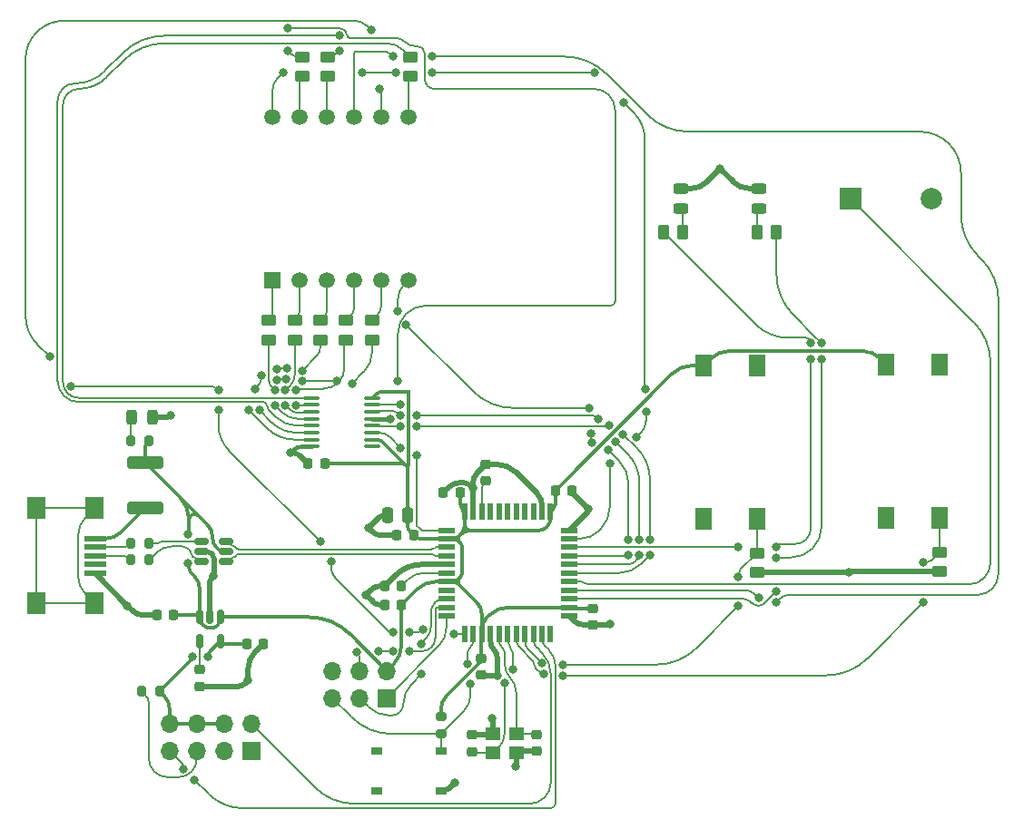
<source format=gbr>
%TF.GenerationSoftware,KiCad,Pcbnew,7.0.1*%
%TF.CreationDate,2023-04-20T13:06:00-06:00*%
%TF.ProjectId,Phase_B_ATMEGA,50686173-655f-4425-9f41-544d4547412e,rev?*%
%TF.SameCoordinates,Original*%
%TF.FileFunction,Copper,L1,Top*%
%TF.FilePolarity,Positive*%
%FSLAX46Y46*%
G04 Gerber Fmt 4.6, Leading zero omitted, Abs format (unit mm)*
G04 Created by KiCad (PCBNEW 7.0.1) date 2023-04-20 13:06:00*
%MOMM*%
%LPD*%
G01*
G04 APERTURE LIST*
G04 Aperture macros list*
%AMRoundRect*
0 Rectangle with rounded corners*
0 $1 Rounding radius*
0 $2 $3 $4 $5 $6 $7 $8 $9 X,Y pos of 4 corners*
0 Add a 4 corners polygon primitive as box body*
4,1,4,$2,$3,$4,$5,$6,$7,$8,$9,$2,$3,0*
0 Add four circle primitives for the rounded corners*
1,1,$1+$1,$2,$3*
1,1,$1+$1,$4,$5*
1,1,$1+$1,$6,$7*
1,1,$1+$1,$8,$9*
0 Add four rect primitives between the rounded corners*
20,1,$1+$1,$2,$3,$4,$5,0*
20,1,$1+$1,$4,$5,$6,$7,0*
20,1,$1+$1,$6,$7,$8,$9,0*
20,1,$1+$1,$8,$9,$2,$3,0*%
G04 Aperture macros list end*
%TA.AperFunction,SMDPad,CuDef*%
%ADD10RoundRect,0.200000X-0.200000X-0.275000X0.200000X-0.275000X0.200000X0.275000X-0.200000X0.275000X0*%
%TD*%
%TA.AperFunction,SMDPad,CuDef*%
%ADD11RoundRect,0.250000X-0.262500X-0.450000X0.262500X-0.450000X0.262500X0.450000X-0.262500X0.450000X0*%
%TD*%
%TA.AperFunction,SMDPad,CuDef*%
%ADD12RoundRect,0.250000X0.262500X0.450000X-0.262500X0.450000X-0.262500X-0.450000X0.262500X-0.450000X0*%
%TD*%
%TA.AperFunction,SMDPad,CuDef*%
%ADD13RoundRect,0.243750X-0.456250X0.243750X-0.456250X-0.243750X0.456250X-0.243750X0.456250X0.243750X0*%
%TD*%
%TA.AperFunction,SMDPad,CuDef*%
%ADD14RoundRect,0.200000X0.200000X0.275000X-0.200000X0.275000X-0.200000X-0.275000X0.200000X-0.275000X0*%
%TD*%
%TA.AperFunction,SMDPad,CuDef*%
%ADD15RoundRect,0.200000X-0.275000X0.200000X-0.275000X-0.200000X0.275000X-0.200000X0.275000X0.200000X0*%
%TD*%
%TA.AperFunction,SMDPad,CuDef*%
%ADD16R,1.400000X1.200000*%
%TD*%
%TA.AperFunction,SMDPad,CuDef*%
%ADD17RoundRect,0.225000X0.225000X0.250000X-0.225000X0.250000X-0.225000X-0.250000X0.225000X-0.250000X0*%
%TD*%
%TA.AperFunction,SMDPad,CuDef*%
%ADD18RoundRect,0.100000X-0.637500X-0.100000X0.637500X-0.100000X0.637500X0.100000X-0.637500X0.100000X0*%
%TD*%
%TA.AperFunction,SMDPad,CuDef*%
%ADD19R,2.000000X0.500000*%
%TD*%
%TA.AperFunction,SMDPad,CuDef*%
%ADD20R,1.700000X2.000000*%
%TD*%
%TA.AperFunction,SMDPad,CuDef*%
%ADD21RoundRect,0.250000X0.450000X-0.262500X0.450000X0.262500X-0.450000X0.262500X-0.450000X-0.262500X0*%
%TD*%
%TA.AperFunction,SMDPad,CuDef*%
%ADD22RoundRect,0.250000X-0.450000X0.262500X-0.450000X-0.262500X0.450000X-0.262500X0.450000X0.262500X0*%
%TD*%
%TA.AperFunction,SMDPad,CuDef*%
%ADD23R,1.500000X0.550000*%
%TD*%
%TA.AperFunction,SMDPad,CuDef*%
%ADD24R,0.550000X1.500000*%
%TD*%
%TA.AperFunction,SMDPad,CuDef*%
%ADD25RoundRect,0.243750X0.243750X0.456250X-0.243750X0.456250X-0.243750X-0.456250X0.243750X-0.456250X0*%
%TD*%
%TA.AperFunction,SMDPad,CuDef*%
%ADD26RoundRect,0.150000X-0.512500X-0.150000X0.512500X-0.150000X0.512500X0.150000X-0.512500X0.150000X0*%
%TD*%
%TA.AperFunction,SMDPad,CuDef*%
%ADD27R,1.000000X0.700000*%
%TD*%
%TA.AperFunction,SMDPad,CuDef*%
%ADD28R,1.500000X2.000000*%
%TD*%
%TA.AperFunction,ComponentPad*%
%ADD29R,2.000000X2.000000*%
%TD*%
%TA.AperFunction,ComponentPad*%
%ADD30C,2.000000*%
%TD*%
%TA.AperFunction,SMDPad,CuDef*%
%ADD31RoundRect,0.225000X-0.250000X0.225000X-0.250000X-0.225000X0.250000X-0.225000X0.250000X0.225000X0*%
%TD*%
%TA.AperFunction,SMDPad,CuDef*%
%ADD32RoundRect,0.225000X-0.225000X-0.250000X0.225000X-0.250000X0.225000X0.250000X-0.225000X0.250000X0*%
%TD*%
%TA.AperFunction,ComponentPad*%
%ADD33R,1.700000X1.700000*%
%TD*%
%TA.AperFunction,ComponentPad*%
%ADD34O,1.700000X1.700000*%
%TD*%
%TA.AperFunction,SMDPad,CuDef*%
%ADD35RoundRect,0.250000X1.450000X-0.312500X1.450000X0.312500X-1.450000X0.312500X-1.450000X-0.312500X0*%
%TD*%
%TA.AperFunction,SMDPad,CuDef*%
%ADD36RoundRect,0.225000X0.250000X-0.225000X0.250000X0.225000X-0.250000X0.225000X-0.250000X-0.225000X0*%
%TD*%
%TA.AperFunction,ComponentPad*%
%ADD37R,1.500000X1.500000*%
%TD*%
%TA.AperFunction,ComponentPad*%
%ADD38C,1.500000*%
%TD*%
%TA.AperFunction,SMDPad,CuDef*%
%ADD39RoundRect,0.250000X0.250000X0.475000X-0.250000X0.475000X-0.250000X-0.475000X0.250000X-0.475000X0*%
%TD*%
%TA.AperFunction,SMDPad,CuDef*%
%ADD40RoundRect,0.150000X-0.150000X0.512500X-0.150000X-0.512500X0.150000X-0.512500X0.150000X0.512500X0*%
%TD*%
%TA.AperFunction,ViaPad*%
%ADD41C,0.800000*%
%TD*%
%TA.AperFunction,Conductor*%
%ADD42C,0.200000*%
%TD*%
%TA.AperFunction,Conductor*%
%ADD43C,0.203200*%
%TD*%
%TA.AperFunction,Conductor*%
%ADD44C,0.304800*%
%TD*%
%TA.AperFunction,Conductor*%
%ADD45C,0.508000*%
%TD*%
%TA.AperFunction,Conductor*%
%ADD46C,0.381000*%
%TD*%
G04 APERTURE END LIST*
D10*
%TO.P,R14,1*%
%TO.N,Net-(J2-D+)*%
X106054342Y-114993130D03*
%TO.P,R14,2*%
%TO.N,USB_CONN_D+*%
X107704342Y-114993130D03*
%TD*%
D11*
%TO.P,R3,1*%
%TO.N,RED_LED*%
X155689631Y-84396966D03*
%TO.P,R3,2*%
%TO.N,Net-(D1-A)*%
X157514631Y-84396966D03*
%TD*%
D12*
%TO.P,R4,1*%
%TO.N,GREEN_LED*%
X166242632Y-84375411D03*
%TO.P,R4,2*%
%TO.N,Net-(D2-A)*%
X164417632Y-84375411D03*
%TD*%
D13*
%TO.P,D2,1,K*%
%TO.N,GND*%
X164606743Y-80310503D03*
%TO.P,D2,2,A*%
%TO.N,Net-(D2-A)*%
X164606743Y-82185503D03*
%TD*%
%TO.P,D1,1,K*%
%TO.N,GND*%
X157331776Y-80312294D03*
%TO.P,D1,2,A*%
%TO.N,Net-(D1-A)*%
X157331776Y-82187294D03*
%TD*%
D14*
%TO.P,R17,1*%
%TO.N,+3.3V*%
X108700802Y-127250000D03*
%TO.P,R17,2*%
%TO.N,Net-(J3-Pin_5)*%
X107050802Y-127250000D03*
%TD*%
D15*
%TO.P,R13,1*%
%TO.N,+5V*%
X134950802Y-129576170D03*
%TO.P,R13,2*%
%TO.N,RST*%
X134950802Y-131226170D03*
%TD*%
D16*
%TO.P,Y1,1,1*%
%TO.N,XTAL1*%
X139759998Y-132943900D03*
%TO.P,Y1,2,2*%
%TO.N,GND*%
X141959998Y-132943900D03*
%TO.P,Y1,3,3*%
%TO.N,XTAL2*%
X141959998Y-131243900D03*
%TO.P,Y1,4,4*%
%TO.N,GND*%
X139759998Y-131243900D03*
%TD*%
D17*
%TO.P,C13,1*%
%TO.N,+5V*%
X110009903Y-120147281D03*
%TO.P,C13,2*%
%TO.N,GND*%
X108459903Y-120147281D03*
%TD*%
D18*
%TO.P,U2,1,QB*%
%TO.N,b*%
X122850216Y-99850000D03*
%TO.P,U2,2,QC*%
%TO.N,c*%
X122850216Y-100500000D03*
%TO.P,U2,3,QD*%
%TO.N,d*%
X122850216Y-101150000D03*
%TO.P,U2,4,QE*%
%TO.N,e*%
X122850216Y-101800000D03*
%TO.P,U2,5,QF*%
%TO.N,f*%
X122850216Y-102450000D03*
%TO.P,U2,6,QG*%
%TO.N,g*%
X122850216Y-103100000D03*
%TO.P,U2,7,QH*%
%TO.N,dp*%
X122850216Y-103750000D03*
%TO.P,U2,8,GND*%
%TO.N,GND*%
X122850216Y-104400000D03*
%TO.P,U2,9,QH'*%
%TO.N,unconnected-(U2-QH'-Pad9)*%
X128575216Y-104400000D03*
%TO.P,U2,10,~{SRCLR}*%
%TO.N,+5V*%
X128575216Y-103750000D03*
%TO.P,U2,11,SRCLK*%
%TO.N,SH_CP*%
X128575216Y-103100000D03*
%TO.P,U2,12,RCLK*%
%TO.N,ST_CP*%
X128575216Y-102450000D03*
%TO.P,U2,13,~{OE}*%
%TO.N,GND*%
X128575216Y-101800000D03*
%TO.P,U2,14,SER*%
%TO.N,DS*%
X128575216Y-101150000D03*
%TO.P,U2,15,QA*%
%TO.N,a*%
X128575216Y-100500000D03*
%TO.P,U2,16,VCC*%
%TO.N,+5V*%
X128575216Y-99850000D03*
%TD*%
D19*
%TO.P,J2,1,VBUS*%
%TO.N,Net-(J2-VBUS)*%
X102743708Y-112996239D03*
%TO.P,J2,2,D-*%
%TO.N,Net-(J2-D-)*%
X102743708Y-113796239D03*
%TO.P,J2,3,D+*%
%TO.N,Net-(J2-D+)*%
X102743708Y-114596239D03*
%TO.P,J2,4,ID*%
%TO.N,unconnected-(J2-ID-Pad4)*%
X102743708Y-115396239D03*
%TO.P,J2,5,GND*%
%TO.N,GND*%
X102743708Y-116196239D03*
D20*
%TO.P,J2,6,Shield*%
%TO.N,unconnected-(J2-Shield-Pad6)*%
X102643708Y-110146239D03*
X97193708Y-110146239D03*
X102643708Y-119046239D03*
X97193708Y-119046239D03*
%TD*%
D17*
%TO.P,C1,1*%
%TO.N,+5V*%
X124112622Y-106000000D03*
%TO.P,C1,2*%
%TO.N,GND*%
X122562622Y-106000000D03*
%TD*%
D21*
%TO.P,R11,1*%
%TO.N,g*%
X128524442Y-94438953D03*
%TO.P,R11,2*%
%TO.N,Net-(U1-g)*%
X128524442Y-92613953D03*
%TD*%
D22*
%TO.P,R5,1*%
%TO.N,a*%
X122026593Y-68037009D03*
%TO.P,R5,2*%
%TO.N,Net-(U1-a)*%
X122026593Y-69862009D03*
%TD*%
D21*
%TO.P,R8,1*%
%TO.N,d*%
X121318532Y-94429663D03*
%TO.P,R8,2*%
%TO.N,Net-(U1-d)*%
X121318532Y-92604663D03*
%TD*%
D22*
%TO.P,R1,1*%
%TO.N,Button_1*%
X164462559Y-114325742D03*
%TO.P,R1,2*%
%TO.N,GND*%
X164462559Y-116150742D03*
%TD*%
D23*
%TO.P,U3,1,PE6*%
%TO.N,SH_CP*%
X135474169Y-112205911D03*
%TO.P,U3,2,UVCC*%
%TO.N,+5V*%
X135474169Y-113005911D03*
%TO.P,U3,3,D-*%
%TO.N,USB_D-*%
X135474169Y-113805911D03*
%TO.P,U3,4,D+*%
%TO.N,USB_D+*%
X135474169Y-114605911D03*
%TO.P,U3,5,UGND*%
%TO.N,GND*%
X135474169Y-115405911D03*
%TO.P,U3,6,UCAP*%
%TO.N,/UCAP*%
X135474169Y-116205911D03*
%TO.P,U3,7,VBUS*%
%TO.N,+5V*%
X135474169Y-117005911D03*
%TO.P,U3,8,PB0*%
%TO.N,unconnected-(U3-PB0-Pad8)*%
X135474169Y-117805911D03*
%TO.P,U3,9,PB1*%
%TO.N,SCK*%
X135474169Y-118605911D03*
%TO.P,U3,10,PB2*%
%TO.N,MOSI*%
X135474169Y-119405911D03*
%TO.P,U3,11,PB3*%
%TO.N,MISO*%
X135474169Y-120205911D03*
D24*
%TO.P,U3,12,PB7*%
%TO.N,Dig3*%
X137174169Y-121905911D03*
%TO.P,U3,13,~{RESET}*%
%TO.N,RST*%
X137974169Y-121905911D03*
%TO.P,U3,14,VCC*%
%TO.N,+5V*%
X138774169Y-121905911D03*
%TO.P,U3,15,GND*%
%TO.N,GND*%
X139574169Y-121905911D03*
%TO.P,U3,16,XTAL2*%
%TO.N,XTAL2*%
X140374169Y-121905911D03*
%TO.P,U3,17,XTAL1*%
%TO.N,XTAL1*%
X141174169Y-121905911D03*
%TO.P,U3,18,PD0*%
%TO.N,Button_2*%
X141974169Y-121905911D03*
%TO.P,U3,19,PD1*%
%TO.N,Button_1*%
X142774169Y-121905911D03*
%TO.P,U3,20,PD2*%
%TO.N,TX*%
X143574169Y-121905911D03*
%TO.P,U3,21,PD3*%
%TO.N,RX*%
X144374169Y-121905911D03*
%TO.P,U3,22,PD5*%
%TO.N,unconnected-(U3-PD5-Pad22)*%
X145174169Y-121905911D03*
D23*
%TO.P,U3,23,GND*%
%TO.N,GND*%
X146874169Y-120205911D03*
%TO.P,U3,24,AVCC*%
%TO.N,+5V*%
X146874169Y-119405911D03*
%TO.P,U3,25,PD4*%
%TO.N,GREEN_LED*%
X146874169Y-118605911D03*
%TO.P,U3,26,PD6*%
%TO.N,Dig2*%
X146874169Y-117805911D03*
%TO.P,U3,27,PD7*%
%TO.N,Buzzer*%
X146874169Y-117005911D03*
%TO.P,U3,28,PB4*%
%TO.N,ST_CP*%
X146874169Y-116205911D03*
%TO.P,U3,29,PB5*%
%TO.N,DS*%
X146874169Y-115405911D03*
%TO.P,U3,30,PB6*%
%TO.N,Dig4*%
X146874169Y-114605911D03*
%TO.P,U3,31,PC6*%
%TO.N,RED_LED*%
X146874169Y-113805911D03*
%TO.P,U3,32,PC7*%
%TO.N,Dig1*%
X146874169Y-113005911D03*
%TO.P,U3,33,~{HWB}/PE2*%
%TO.N,GND*%
X146874169Y-112205911D03*
D24*
%TO.P,U3,34,VCC*%
%TO.N,+5V*%
X145174169Y-110505911D03*
%TO.P,U3,35,GND*%
%TO.N,GND*%
X144374169Y-110505911D03*
%TO.P,U3,36,PF7*%
%TO.N,unconnected-(U3-PF7-Pad36)*%
X143574169Y-110505911D03*
%TO.P,U3,37,PF6*%
%TO.N,unconnected-(U3-PF6-Pad37)*%
X142774169Y-110505911D03*
%TO.P,U3,38,PF5*%
%TO.N,unconnected-(U3-PF5-Pad38)*%
X141974169Y-110505911D03*
%TO.P,U3,39,PF4*%
%TO.N,unconnected-(U3-PF4-Pad39)*%
X141174169Y-110505911D03*
%TO.P,U3,40,PF1*%
%TO.N,unconnected-(U3-PF1-Pad40)*%
X140374169Y-110505911D03*
%TO.P,U3,41,PF0*%
%TO.N,unconnected-(U3-PF0-Pad41)*%
X139574169Y-110505911D03*
%TO.P,U3,42,AREF*%
%TO.N,/AREF*%
X138774169Y-110505911D03*
%TO.P,U3,43,GND*%
%TO.N,GND*%
X137974169Y-110505911D03*
%TO.P,U3,44,AVCC*%
%TO.N,+5V*%
X137174169Y-110505911D03*
%TD*%
D25*
%TO.P,D3,1,K*%
%TO.N,GND*%
X108018646Y-101663149D03*
%TO.P,D3,2,A*%
%TO.N,Net-(D3-A)*%
X106143646Y-101663149D03*
%TD*%
D26*
%TO.P,U4,1,I/O1*%
%TO.N,USB_CONN_D-*%
X112619758Y-113256869D03*
%TO.P,U4,2,GND*%
%TO.N,GND*%
X112619758Y-114206869D03*
%TO.P,U4,3,I/O2*%
%TO.N,USB_CONN_D+*%
X112619758Y-115156869D03*
%TO.P,U4,4,I/O2*%
%TO.N,USB_D+*%
X114894758Y-115156869D03*
%TO.P,U4,5,VBUS*%
%TO.N,+5V*%
X114894758Y-114206869D03*
%TO.P,U4,6,I/O1*%
%TO.N,USB_D-*%
X114894758Y-113256869D03*
%TD*%
D27*
%TO.P,S3,1*%
%TO.N,GND*%
X134940042Y-136513920D03*
%TO.P,S3,2*%
%TO.N,N/C*%
X128940042Y-136513920D03*
%TO.P,S3,3*%
%TO.N,RST*%
X134940042Y-132813920D03*
%TO.P,S3,4*%
%TO.N,N/C*%
X128940042Y-132813920D03*
%TD*%
D28*
%TO.P,S1,A1,NO_1*%
%TO.N,unconnected-(S1-NO_1-PadA1)*%
X164472220Y-96842033D03*
%TO.P,S1,B1,NO_2*%
%TO.N,Button_1*%
X164472220Y-111142033D03*
%TO.P,S1,C1,COM_1*%
%TO.N,+5V*%
X159472220Y-96842033D03*
%TO.P,S1,D1,COM_2*%
%TO.N,unconnected-(S1-COM_2-PadD1)*%
X159472220Y-111142033D03*
%TD*%
D29*
%TO.P,LS1,1,1*%
%TO.N,Buzzer*%
X173124042Y-81249490D03*
D30*
%TO.P,LS1,2,2*%
%TO.N,GND*%
X180724042Y-81249490D03*
%TD*%
D31*
%TO.P,C15,1*%
%TO.N,Net-(U5-BP)*%
X112450802Y-125225000D03*
%TO.P,C15,2*%
%TO.N,GND*%
X112450802Y-126775000D03*
%TD*%
D17*
%TO.P,C4,1*%
%TO.N,+5V*%
X136725293Y-108693995D03*
%TO.P,C4,2*%
%TO.N,GND*%
X135175293Y-108693995D03*
%TD*%
D21*
%TO.P,R12,1*%
%TO.N,dp*%
X123719383Y-94438953D03*
%TO.P,R12,2*%
%TO.N,Net-(U1-DPX)*%
X123719383Y-92613953D03*
%TD*%
D17*
%TO.P,C5,1*%
%TO.N,+5V*%
X131257121Y-119175537D03*
%TO.P,C5,2*%
%TO.N,GND*%
X129707121Y-119175537D03*
%TD*%
D22*
%TO.P,R10,1*%
%TO.N,f*%
X124416263Y-68040000D03*
%TO.P,R10,2*%
%TO.N,Net-(U1-f)*%
X124416263Y-69865000D03*
%TD*%
D21*
%TO.P,R9,1*%
%TO.N,e*%
X118919572Y-94447718D03*
%TO.P,R9,2*%
%TO.N,Net-(U1-e)*%
X118919572Y-92622718D03*
%TD*%
D32*
%TO.P,C14,1*%
%TO.N,+3.3V*%
X116819986Y-122790992D03*
%TO.P,C14,2*%
%TO.N,GND*%
X118369986Y-122790992D03*
%TD*%
%TO.P,C6,1*%
%TO.N,+5V*%
X145617996Y-108500000D03*
%TO.P,C6,2*%
%TO.N,GND*%
X147167996Y-108500000D03*
%TD*%
D33*
%TO.P,J3,1,Pin_1*%
%TO.N,GND*%
X117260642Y-132833297D03*
D34*
%TO.P,J3,2,Pin_2*%
%TO.N,TX*%
X117260642Y-130293297D03*
%TO.P,J3,3,Pin_3*%
%TO.N,unconnected-(J3-Pin_3-Pad3)*%
X114720642Y-132833297D03*
%TO.P,J3,4,Pin_4*%
%TO.N,+3.3V*%
X114720642Y-130293297D03*
%TO.P,J3,5,Pin_5*%
%TO.N,Net-(J3-Pin_5)*%
X112180642Y-132833297D03*
%TO.P,J3,6,Pin_6*%
%TO.N,+3.3V*%
X112180642Y-130293297D03*
%TO.P,J3,7,Pin_7*%
%TO.N,RX*%
X109640642Y-132833297D03*
%TO.P,J3,8,Pin_8*%
%TO.N,+3.3V*%
X109640642Y-130293297D03*
%TD*%
D22*
%TO.P,R2,1*%
%TO.N,Button_2*%
X181462559Y-114234466D03*
%TO.P,R2,2*%
%TO.N,GND*%
X181462559Y-116059466D03*
%TD*%
D31*
%TO.P,C10,1*%
%TO.N,+5V*%
X138730510Y-124178286D03*
%TO.P,C10,2*%
%TO.N,GND*%
X138730510Y-125728286D03*
%TD*%
D35*
%TO.P,F1,1*%
%TO.N,Net-(J2-VBUS)*%
X107354126Y-110157577D03*
%TO.P,F1,2*%
%TO.N,+5V*%
X107354126Y-105882577D03*
%TD*%
D28*
%TO.P,S2,A1,NO_1*%
%TO.N,unconnected-(S2-NO_1-PadA1)*%
X181476995Y-96745035D03*
%TO.P,S2,B1,NO_2*%
%TO.N,Button_2*%
X181476995Y-111045035D03*
%TO.P,S2,C1,COM_1*%
%TO.N,+5V*%
X176476995Y-96745035D03*
%TO.P,S2,D1,COM_2*%
%TO.N,unconnected-(S2-COM_2-PadD1)*%
X176476995Y-111045035D03*
%TD*%
D36*
%TO.P,C12,1*%
%TO.N,/AREF*%
X139153772Y-107605815D03*
%TO.P,C12,2*%
%TO.N,GND*%
X139153772Y-106055815D03*
%TD*%
D17*
%TO.P,C9,1*%
%TO.N,/UCAP*%
X131257121Y-117423701D03*
%TO.P,C9,2*%
%TO.N,GND*%
X129707121Y-117423701D03*
%TD*%
D37*
%TO.P,U1,1,e*%
%TO.N,Net-(U1-e)*%
X119246287Y-88843270D03*
D38*
%TO.P,U1,2,d*%
%TO.N,Net-(U1-d)*%
X121786287Y-88843270D03*
%TO.P,U1,3,DPX*%
%TO.N,Net-(U1-DPX)*%
X124326287Y-88843270D03*
%TO.P,U1,4,c*%
%TO.N,Net-(U1-c)*%
X126866287Y-88843270D03*
%TO.P,U1,5,g*%
%TO.N,Net-(U1-g)*%
X129406287Y-88843270D03*
%TO.P,U1,6,CA4*%
%TO.N,Dig4*%
X131946287Y-88843270D03*
%TO.P,U1,7,b*%
%TO.N,Net-(U1-b)*%
X131946287Y-73603270D03*
%TO.P,U1,8,CA3*%
%TO.N,Dig3*%
X129406287Y-73603270D03*
%TO.P,U1,9,CA2*%
%TO.N,Dig2*%
X126866287Y-73603270D03*
%TO.P,U1,10,f*%
%TO.N,Net-(U1-f)*%
X124326287Y-73603270D03*
%TO.P,U1,11,a*%
%TO.N,Net-(U1-a)*%
X121786287Y-73603270D03*
%TO.P,U1,12,CA1*%
%TO.N,Dig1*%
X119246287Y-73603270D03*
%TD*%
D31*
%TO.P,C2,1*%
%TO.N,GND*%
X137843533Y-131310397D03*
%TO.P,C2,2*%
%TO.N,XTAL1*%
X137843533Y-132860397D03*
%TD*%
D39*
%TO.P,C8,1*%
%TO.N,+5V*%
X131842015Y-110782174D03*
%TO.P,C8,2*%
%TO.N,GND*%
X129942015Y-110782174D03*
%TD*%
D33*
%TO.P,J1,1,MISO*%
%TO.N,MISO*%
X129899259Y-127868989D03*
D34*
%TO.P,J1,2,VCC*%
%TO.N,+5V*%
X129899259Y-125328989D03*
%TO.P,J1,3,SCK*%
%TO.N,SCK*%
X127359259Y-127868989D03*
%TO.P,J1,4,MOSI*%
%TO.N,MOSI*%
X127359259Y-125328989D03*
%TO.P,J1,5,~{RST}*%
%TO.N,RST*%
X124819259Y-127868989D03*
%TO.P,J1,6,GND*%
%TO.N,GND*%
X124819259Y-125328989D03*
%TD*%
D40*
%TO.P,U5,1,VIN*%
%TO.N,+5V*%
X114361106Y-120321219D03*
%TO.P,U5,2,GND*%
%TO.N,GND*%
X113411106Y-120321219D03*
%TO.P,U5,3,ON/~{OFF}*%
%TO.N,+5V*%
X112461106Y-120321219D03*
%TO.P,U5,4,BP*%
%TO.N,Net-(U5-BP)*%
X112461106Y-122596219D03*
%TO.P,U5,5,VOUT*%
%TO.N,+3.3V*%
X114361106Y-122596219D03*
%TD*%
D17*
%TO.P,C11,1*%
%TO.N,+5V*%
X132396282Y-112691213D03*
%TO.P,C11,2*%
%TO.N,GND*%
X130846282Y-112691213D03*
%TD*%
D22*
%TO.P,R6,1*%
%TO.N,b*%
X132059714Y-68039633D03*
%TO.P,R6,2*%
%TO.N,Net-(U1-b)*%
X132059714Y-69864633D03*
%TD*%
D21*
%TO.P,R7,1*%
%TO.N,c*%
X126125010Y-94442050D03*
%TO.P,R7,2*%
%TO.N,Net-(U1-c)*%
X126125010Y-92617050D03*
%TD*%
D14*
%TO.P,R16,1*%
%TO.N,+5V*%
X107704391Y-103845702D03*
%TO.P,R16,2*%
%TO.N,Net-(D3-A)*%
X106054391Y-103845702D03*
%TD*%
D10*
%TO.P,R15,1*%
%TO.N,Net-(J2-D-)*%
X106056955Y-113425875D03*
%TO.P,R15,2*%
%TO.N,USB_CONN_D-*%
X107706955Y-113425875D03*
%TD*%
D31*
%TO.P,C3,1*%
%TO.N,XTAL2*%
X143891193Y-131303540D03*
%TO.P,C3,2*%
%TO.N,GND*%
X143891193Y-132853540D03*
%TD*%
%TO.P,C7,1*%
%TO.N,+5V*%
X149094986Y-119503223D03*
%TO.P,C7,2*%
%TO.N,GND*%
X149094986Y-121053223D03*
%TD*%
D41*
%TO.N,+5V*%
X111367496Y-112557369D03*
X111357758Y-115250000D03*
%TO.N,GND*%
X150700802Y-121000000D03*
X148700802Y-110250000D03*
X113700802Y-116500000D03*
X128200802Y-112000000D03*
X130200802Y-101800000D03*
X137950802Y-108250000D03*
X109700802Y-101500000D03*
X141950802Y-134250000D03*
X136200802Y-135750000D03*
X127950802Y-118250000D03*
X140200802Y-125750000D03*
X116950802Y-126250000D03*
X120950802Y-105000000D03*
X139700802Y-129750000D03*
X160986599Y-78468670D03*
X172950695Y-116119148D03*
X105700802Y-119250000D03*
%TO.N,XTAL1*%
X140884015Y-126479538D03*
X141623705Y-125229797D03*
%TO.N,+3.3V*%
X113200802Y-124000000D03*
X111760006Y-124000000D03*
%TO.N,SCK*%
X133071653Y-122798900D03*
X133105278Y-125654476D03*
%TO.N,MOSI*%
X132009021Y-123500000D03*
X130505221Y-123500000D03*
X127103862Y-123596940D03*
X129167210Y-123533592D03*
%TO.N,RST*%
X137402341Y-124701540D03*
X137715689Y-126514888D03*
%TO.N,RX*%
X111946555Y-135495753D03*
X110955049Y-134504247D03*
%TO.N,Button_1*%
X162700802Y-119307011D03*
X162700802Y-116548900D03*
X146348098Y-124750000D03*
X144361627Y-124638075D03*
%TO.N,Button_2*%
X144499702Y-125627993D03*
X179950802Y-118951100D03*
X179950802Y-115205966D03*
X146348098Y-125750000D03*
%TO.N,RED_LED*%
X162700802Y-113750000D03*
X166200802Y-113750000D03*
X169450802Y-94737733D03*
X169450802Y-96241533D03*
%TO.N,GREEN_LED*%
X170450305Y-96241533D03*
X166200802Y-114749503D03*
X170450305Y-94737733D03*
X166200802Y-117951100D03*
%TO.N,a*%
X120700802Y-67451100D03*
X131200802Y-100500000D03*
X130950802Y-98250000D03*
X120700802Y-65347800D03*
%TO.N,c*%
X121450802Y-100551100D03*
X121450802Y-99148900D03*
%TO.N,d*%
X120451299Y-100551100D03*
X120451299Y-99148900D03*
%TO.N,e*%
X119451796Y-100551100D03*
X119451796Y-99148900D03*
%TO.N,f*%
X125450802Y-67451100D03*
X125450802Y-66048900D03*
%TO.N,g*%
X126700802Y-98500000D03*
X122019421Y-98298900D03*
X120529750Y-98078943D03*
X119636344Y-98166582D03*
X118033828Y-101008393D03*
X125249702Y-98298900D03*
%TO.N,dp*%
X119620672Y-97167202D03*
X122019722Y-97299398D03*
X117035792Y-100954300D03*
X118218472Y-97750000D03*
X120617432Y-97083294D03*
X117584439Y-99032537D03*
%TO.N,Dig4*%
X149002725Y-104051923D03*
X152451796Y-113104811D03*
X148950802Y-103201100D03*
X150540331Y-104666323D03*
X130950802Y-91750000D03*
X131696555Y-92995753D03*
X152451299Y-114507011D03*
X148770047Y-100798900D03*
%TO.N,Dig3*%
X124700802Y-115130411D03*
X129200802Y-71000000D03*
X128450802Y-65548900D03*
X130505221Y-121750000D03*
X114200802Y-99148900D03*
X132009021Y-121750000D03*
X98450802Y-96000000D03*
X100450802Y-98750000D03*
X114200802Y-101000000D03*
X133318269Y-121464123D03*
X123700802Y-113281411D03*
X136175269Y-121925938D03*
%TO.N,Dig2*%
X134151902Y-68000000D03*
X130450802Y-68000000D03*
X164571555Y-118548900D03*
X166200802Y-118950603D03*
%TO.N,Dig1*%
X134151902Y-69500000D03*
X154002725Y-99051923D03*
X153196555Y-103504247D03*
X154066073Y-101115271D03*
X151950802Y-72250000D03*
X127567387Y-69500000D03*
X120200802Y-69500000D03*
X130700802Y-69500000D03*
X150700802Y-106000000D03*
X149240154Y-69460647D03*
%TO.N,SH_CP*%
X131201302Y-104500000D03*
X132705102Y-105250000D03*
%TO.N,ST_CP*%
X154450802Y-113104811D03*
X131201302Y-102500000D03*
X132705102Y-102500000D03*
X154450802Y-114507011D03*
X150627725Y-102426923D03*
X151941073Y-103240271D03*
%TO.N,DS*%
X149660706Y-101798900D03*
X132705102Y-101500000D03*
X151234318Y-103947026D03*
X153451299Y-113104811D03*
X131201302Y-101500000D03*
X153450802Y-114507011D03*
%TD*%
D42*
%TO.N,USB_D+*%
X115419206Y-114806868D02*
G75*
G03*
X115717007Y-114683515I-6J421168D01*
G01*
X115419206Y-114806866D02*
G75*
G03*
X115121404Y-114930222I-6J-421134D01*
G01*
X134261669Y-114518410D02*
G75*
G03*
X134472911Y-114605911I211231J211210D01*
G01*
X134261665Y-114518414D02*
G75*
G03*
X134050424Y-114430911I-211265J-211286D01*
G01*
X116085207Y-114430921D02*
G75*
G03*
X115887873Y-114512649I-7J-279079D01*
G01*
X116316397Y-114430911D02*
X116085207Y-114430911D01*
%TO.N,USB_D-*%
X134050424Y-113980937D02*
G75*
G03*
X134261667Y-113893410I-24J298737D01*
G01*
X115885300Y-113898475D02*
G75*
G03*
X116084249Y-113980911I199000J198975D01*
G01*
X115716999Y-113730230D02*
G75*
G03*
X115419206Y-113606869I-297799J-297770D01*
G01*
X134472911Y-113805904D02*
G75*
G03*
X134261669Y-113893412I-11J-298696D01*
G01*
X115121398Y-113483521D02*
G75*
G03*
X115419206Y-113606869I297802J297821D01*
G01*
X116317355Y-113980911D02*
X116084249Y-113980911D01*
D43*
%TO.N,DS*%
X153364887Y-114835904D02*
G75*
G03*
X153450802Y-114628505I-207387J207404D01*
G01*
X153451341Y-107731649D02*
G75*
G03*
X152342807Y-105055517I-3784641J-51D01*
G01*
X128663302Y-101098406D02*
G75*
G03*
X128601016Y-101124200I-2J-88094D01*
G01*
X149511269Y-101649437D02*
G75*
G03*
X149150451Y-101500000I-360769J-360763D01*
G01*
X131000493Y-101299209D02*
G75*
G03*
X130515727Y-101098400I-484793J-484791D01*
G01*
X152331091Y-115405904D02*
G75*
G03*
X153122846Y-115077955I9J1119704D01*
G01*
%TO.N,ST_CP*%
X131198570Y-102501588D02*
G75*
G03*
X131200502Y-102500800I30J2688D01*
G01*
X150502974Y-102499966D02*
G75*
G03*
X150591185Y-102463460I26J124766D01*
G01*
X154450761Y-107524646D02*
G75*
G03*
X153195937Y-104495135I-4284361J46D01*
G01*
X151550598Y-116205907D02*
G75*
G03*
X153601352Y-115356461I2J2900207D01*
G01*
X128601012Y-102475804D02*
G75*
G03*
X128663302Y-102501600I62288J62304D01*
G01*
%TO.N,SH_CP*%
X130234805Y-103533469D02*
G75*
G03*
X129188259Y-103100000I-1046505J-1046531D01*
G01*
X133276066Y-112205894D02*
G75*
G03*
X133222846Y-112227955I34J-75306D01*
G01*
X132923606Y-111972820D02*
G75*
G03*
X132783108Y-111914613I-140506J-140480D01*
G01*
X132702935Y-110435744D02*
G75*
G03*
X132700802Y-110440951I5165J-5156D01*
G01*
X132702959Y-110435768D02*
G75*
G03*
X132705102Y-110430570I-5159J5168D01*
G01*
X132700787Y-111832306D02*
G75*
G03*
X132783108Y-111914613I82313J6D01*
G01*
X133178758Y-112227954D02*
G75*
G03*
X133222846Y-112227955I22044J22044D01*
G01*
%TO.N,Dig1*%
X149822849Y-112127958D02*
G75*
G03*
X150700802Y-110008383I-2119549J2119558D01*
G01*
X153631323Y-103069497D02*
G75*
G03*
X154066073Y-102019886I-1049623J1049597D01*
G01*
X153950795Y-75664213D02*
G75*
G03*
X152950801Y-73250001I-3414195J13D01*
G01*
X119723575Y-69977288D02*
G75*
G03*
X119246287Y-71129459I1152125J-1152212D01*
G01*
X147909530Y-113005923D02*
G75*
G03*
X149677001Y-112273800I-30J2499623D01*
G01*
X153950801Y-98963284D02*
G75*
G03*
X153976763Y-99025961I88599J-16D01*
G01*
X149172974Y-69499975D02*
G75*
G03*
X149220477Y-69480323I26J67175D01*
G01*
%TO.N,Dig2*%
X167396806Y-118250003D02*
G75*
G03*
X166551103Y-118600301I-6J-1195997D01*
G01*
X127010563Y-67499981D02*
G75*
G03*
X126908545Y-67542258I37J-144319D01*
G01*
X184950803Y-118250002D02*
G75*
G03*
X186950802Y-116250001I-3J2000002D01*
G01*
X150364791Y-69593806D02*
G75*
G03*
X146517049Y-68000000I-3847791J-3847794D01*
G01*
X183450805Y-78840990D02*
G75*
G03*
X182325802Y-76125000I-3841005J-10D01*
G01*
X182325798Y-76125004D02*
G75*
G03*
X179609811Y-75000000I-2715998J-2715996D01*
G01*
X126908549Y-67542262D02*
G75*
G03*
X126866287Y-67644276I102051J-102038D01*
G01*
X186950812Y-90753963D02*
G75*
G03*
X185357009Y-86906207I-5441612J-37D01*
G01*
X164200069Y-118177396D02*
G75*
G03*
X163303193Y-117805911I-896869J-896904D01*
G01*
X154177221Y-73406206D02*
G75*
G03*
X158024976Y-75000000I3847779J3847806D01*
G01*
X130200817Y-67749985D02*
G75*
G03*
X129597248Y-67500000I-603517J-603515D01*
G01*
X183450791Y-82746036D02*
G75*
G03*
X185044594Y-86593792I5441609J36D01*
G01*
%TO.N,Dig3*%
X137139980Y-121925909D02*
G75*
G03*
X137164155Y-121915924I20J34209D01*
G01*
X132830246Y-121750038D02*
G75*
G03*
X133175329Y-121607060I-46J488038D01*
G01*
X114001341Y-98949461D02*
G75*
G03*
X113519837Y-98750000I-481541J-481539D01*
G01*
X99792213Y-64646207D02*
G75*
G03*
X97252703Y-65698101I-13J-3591393D01*
G01*
X130093160Y-121642384D02*
G75*
G03*
X130353011Y-121750000I259840J259884D01*
G01*
X129406297Y-71350784D02*
G75*
G03*
X129303544Y-71102742I-350797J-16D01*
G01*
X124700809Y-115690205D02*
G75*
G03*
X125096637Y-116645833I1351491J5D01*
G01*
X96200798Y-92159009D02*
G75*
G03*
X97325802Y-94875000I3841002J9D01*
G01*
X127999453Y-65097549D02*
G75*
G03*
X126909796Y-64646200I-1089653J-1089651D01*
G01*
X114200810Y-102390705D02*
G75*
G03*
X115184180Y-104764787I3357490J5D01*
G01*
X97252699Y-65698097D02*
G75*
G03*
X96200802Y-68237611I2539501J-2539503D01*
G01*
%TO.N,Dig4*%
X152451791Y-107929397D02*
G75*
G03*
X151496063Y-105622055I-3263091J-3D01*
G01*
X148950801Y-103963284D02*
G75*
G03*
X148976763Y-104025961I88599J-16D01*
G01*
X137905916Y-99205100D02*
G75*
G03*
X141753665Y-100798900I3847784J3847800D01*
G01*
X152282466Y-114605893D02*
G75*
G03*
X152401849Y-114556461I34J168793D01*
G01*
X131448560Y-89341028D02*
G75*
G03*
X130950802Y-90542669I1201640J-1201672D01*
G01*
D42*
%TO.N,USB_CONN_D-*%
X108515694Y-113425881D02*
G75*
G03*
X108719702Y-113341371I6J288481D01*
G01*
X108923711Y-113256883D02*
G75*
G03*
X108719703Y-113341372I-11J-288517D01*
G01*
%TO.N,USB_CONN_D+*%
X111413489Y-113950638D02*
G75*
G03*
X110825045Y-113706870I-588489J-588462D01*
G01*
X109900125Y-113706902D02*
G75*
G03*
X108347472Y-114350000I-25J-2195798D01*
G01*
X112393101Y-114930232D02*
G75*
G03*
X112095310Y-114806869I-297801J-297768D01*
G01*
X111657243Y-114368817D02*
G75*
G03*
X111780612Y-114666617I421157J17D01*
G01*
X111657245Y-114368817D02*
G75*
G03*
X111533904Y-114071015I-421145J17D01*
G01*
X111797500Y-114683523D02*
G75*
G03*
X112095310Y-114806869I297800J297823D01*
G01*
D43*
%TO.N,Net-(U1-DPX)*%
X124022841Y-92310507D02*
G75*
G03*
X124326287Y-91577903I-732641J732607D01*
G01*
%TO.N,dp*%
X117035780Y-100978435D02*
G75*
G03*
X117052859Y-101019635I58320J35D01*
G01*
X117989178Y-98627771D02*
G75*
G03*
X118218472Y-98074252I-553578J553571D01*
G01*
X118698863Y-102665665D02*
G75*
G03*
X121316719Y-103750000I2617837J2617865D01*
G01*
X123308960Y-96010113D02*
G75*
G03*
X123719383Y-95019345I-990760J990813D01*
G01*
X119763911Y-97083293D02*
G75*
G03*
X119662626Y-97125248I-11J-143207D01*
G01*
%TO.N,Net-(U1-g)*%
X128965336Y-92173002D02*
G75*
G03*
X129406287Y-91108549I-1064436J1064502D01*
G01*
%TO.N,g*%
X127733432Y-97467435D02*
G75*
G03*
X128524442Y-95557656I-1909832J1909735D01*
G01*
X119162067Y-102136656D02*
G75*
G03*
X121487825Y-103100000I2325733J2325756D01*
G01*
X119785953Y-98078924D02*
G75*
G03*
X119680164Y-98122763I47J-149676D01*
G01*
%TO.N,Net-(U1-f)*%
X124371273Y-69909986D02*
G75*
G03*
X124326287Y-70018598I108627J-108614D01*
G01*
%TO.N,f*%
X119529630Y-101621171D02*
G75*
G03*
X121530640Y-102450000I2000970J2000971D01*
G01*
X118700800Y-100522759D02*
G75*
G03*
X118431242Y-100253200I-269600J-41D01*
G01*
X109155865Y-66048890D02*
G75*
G03*
X105308109Y-67642693I35J-5441610D01*
G01*
X100825802Y-70499999D02*
G75*
G03*
X103599849Y-69350950I-2J3923099D01*
G01*
X99200798Y-98233709D02*
G75*
G03*
X99792297Y-99661705I2019502J9D01*
G01*
X99792299Y-99661703D02*
G75*
G03*
X101220292Y-100253200I1428001J1428003D01*
G01*
X100825802Y-70500002D02*
G75*
G03*
X99200802Y-72125000I-2J-1624998D01*
G01*
X124639082Y-68039996D02*
G75*
G03*
X125019458Y-67882441I18J537896D01*
G01*
X118700838Y-100522759D02*
G75*
G03*
X118891409Y-100982926I650762J-41D01*
G01*
%TO.N,Net-(U1-e)*%
X119082949Y-92459380D02*
G75*
G03*
X119246287Y-92064980I-394449J394380D01*
G01*
%TO.N,e*%
X120076246Y-101175550D02*
G75*
G03*
X121583801Y-101800000I1507554J1507550D01*
G01*
X118919536Y-98240336D02*
G75*
G03*
X119185684Y-98882788I908564J36D01*
G01*
%TO.N,Net-(U1-d)*%
X121552428Y-92370804D02*
G75*
G03*
X121786287Y-91806155I-564628J564604D01*
G01*
%TO.N,d*%
X120802098Y-100901901D02*
G75*
G03*
X121649005Y-101252700I846902J846901D01*
G01*
X122674896Y-101252703D02*
G75*
G03*
X122798866Y-101201350I4J175303D01*
G01*
X120884890Y-98715258D02*
G75*
G03*
X121318532Y-97668440I-1046790J1046858D01*
G01*
%TO.N,Net-(U1-c)*%
X126495653Y-92246416D02*
G75*
G03*
X126866287Y-91351611I-894853J894816D01*
G01*
%TO.N,c*%
X121525252Y-99000002D02*
G75*
G03*
X121450802Y-99074450I-52J-74398D01*
G01*
X126037884Y-94529132D02*
G75*
G03*
X125950802Y-94739441I210316J-210268D01*
G01*
X123950803Y-99000002D02*
G75*
G03*
X125950802Y-97000001I-3J2000002D01*
G01*
X122762982Y-100551097D02*
G75*
G03*
X122824666Y-100525550I18J87197D01*
G01*
%TO.N,Net-(U1-b)*%
X132003022Y-69921368D02*
G75*
G03*
X131946287Y-70058265I136878J-136932D01*
G01*
%TO.N,b*%
X99700819Y-98398959D02*
G75*
G03*
X100125802Y-99425000I1450981J-41D01*
G01*
X131414902Y-67394811D02*
G75*
G03*
X129858172Y-66750000I-1556702J-1556689D01*
G01*
X101200802Y-71000005D02*
G75*
G03*
X103761460Y-69939338I-2J3621305D01*
G01*
X109204765Y-66749961D02*
G75*
G03*
X105357009Y-68343792I35J-5441539D01*
G01*
X100125789Y-99425013D02*
G75*
G03*
X101151842Y-99850000I1026011J1026013D01*
G01*
X101200802Y-71000002D02*
G75*
G03*
X99700802Y-72500000I-2J-1499998D01*
G01*
%TO.N,Net-(U1-a)*%
X121906425Y-69982147D02*
G75*
G03*
X121786287Y-70272237I290075J-290053D01*
G01*
%TO.N,a*%
X126200800Y-66000000D02*
G75*
G03*
X126450802Y-66250000I250000J0D01*
G01*
X121025149Y-67775395D02*
G75*
G03*
X121656652Y-68037009I631551J631495D01*
G01*
X133700815Y-70749987D02*
G75*
G03*
X134304355Y-71000000I603585J603587D01*
G01*
X131575792Y-66625010D02*
G75*
G03*
X132481132Y-67000000I905308J905310D01*
G01*
X150774025Y-91250011D02*
G75*
G03*
X151075802Y-91125000I-25J426811D01*
G01*
X133450800Y-67750000D02*
G75*
G03*
X132700802Y-67000000I-750000J0D01*
G01*
X126200787Y-66000000D02*
G75*
G03*
X126024024Y-65573224I-603587J0D01*
G01*
X133511462Y-91249956D02*
G75*
G03*
X131700802Y-92000000I38J-2560644D01*
G01*
X125999701Y-65548901D02*
G75*
G03*
X125514203Y-65347800I-485501J-485499D01*
G01*
X131575810Y-66624992D02*
G75*
G03*
X130670471Y-66250000I-905310J-905308D01*
G01*
X151075796Y-91124994D02*
G75*
G03*
X151200802Y-90823223I-301796J301794D01*
G01*
X151200800Y-72999998D02*
G75*
G03*
X149200803Y-71000000I-2000000J-2D01*
G01*
X131700814Y-92000012D02*
G75*
G03*
X130950802Y-93810660I1810686J-1810688D01*
G01*
X133450824Y-70146446D02*
G75*
G03*
X133700802Y-70750000I853476J-54D01*
G01*
%TO.N,GREEN_LED*%
X164551352Y-119250036D02*
G75*
G03*
X165149777Y-119002122I-52J846336D01*
G01*
X166242648Y-88283386D02*
G75*
G03*
X167836425Y-92131141I5441552J-14D01*
G01*
X167584422Y-114749512D02*
G75*
G03*
X169610907Y-113910105I-22J2865912D01*
G01*
X163378746Y-118677966D02*
G75*
G03*
X163204826Y-118605911I-173946J-173934D01*
G01*
X170440450Y-94735142D02*
G75*
G03*
X170446660Y-94737733I6250J6242D01*
G01*
X163378758Y-118677954D02*
G75*
G03*
X163552688Y-118750000I173942J173954D01*
G01*
X163952950Y-119002098D02*
G75*
G03*
X164551352Y-119250000I598450J598398D01*
G01*
X163789194Y-118838384D02*
G75*
G03*
X163575802Y-118750000I-213394J-213416D01*
G01*
X169610902Y-113910100D02*
G75*
G03*
X170450305Y-111883620I-2026502J2026500D01*
G01*
X169895555Y-94190273D02*
X170260528Y-94555246D01*
%TO.N,RED_LED*%
X169450816Y-94618866D02*
G75*
G03*
X169366750Y-94415948I-287016J-34D01*
G01*
X167950802Y-113500002D02*
G75*
G03*
X169450802Y-112000000I-2J1500002D01*
G01*
X166627578Y-113499992D02*
G75*
G03*
X166325802Y-113625000I22J-426808D01*
G01*
X161852159Y-113749957D02*
G75*
G03*
X161784668Y-113777955I41J-95443D01*
G01*
X164249293Y-92956678D02*
G75*
G03*
X167371733Y-94250000I3122407J3122478D01*
G01*
X169325794Y-94375008D02*
G75*
G03*
X169024025Y-94250000I-301794J-301792D01*
G01*
X161717177Y-113805904D02*
G75*
G03*
X161784667Y-113777954I23J95404D01*
G01*
%TO.N,Button_2*%
X181469776Y-114227247D02*
G75*
G03*
X181476995Y-114209822I-17476J17447D01*
G01*
X144268348Y-125567590D02*
G75*
G03*
X144414248Y-125627993I145852J145890D01*
G01*
X180220930Y-115205981D02*
G75*
G03*
X180682068Y-115014956I-30J652181D01*
G01*
X143660036Y-124752097D02*
G75*
G03*
X143513565Y-124398507I-500036J-3D01*
G01*
X170897938Y-125750011D02*
G75*
G03*
X174745694Y-124156207I-38J5441611D01*
G01*
X141974167Y-122382511D02*
G75*
G03*
X142311177Y-123196117I1150633J11D01*
G01*
X143660036Y-124752097D02*
G75*
G03*
X143806488Y-125105686I500064J-3D01*
G01*
X181469777Y-114227248D02*
X181455340Y-114241683D01*
%TO.N,Button_1*%
X162863924Y-115924362D02*
G75*
G03*
X162700802Y-116318199I393876J-393838D01*
G01*
X155003849Y-124750019D02*
G75*
G03*
X158851605Y-123156207I-49J5441619D01*
G01*
X164467370Y-114320892D02*
G75*
G03*
X164472220Y-114309249I-11670J11692D01*
G01*
X142774180Y-122478264D02*
G75*
G03*
X143178883Y-123455331I1381720J-36D01*
G01*
X164467389Y-114320911D02*
X164457728Y-114330572D01*
%TO.N,Buzzer*%
X184200803Y-117250002D02*
G75*
G03*
X186200802Y-115250001I-3J2000002D01*
G01*
X186200777Y-96580213D02*
G75*
G03*
X184607009Y-92732457I-5441577J13D01*
G01*
X148316944Y-117127946D02*
G75*
G03*
X148611576Y-117250000I294656J294646D01*
G01*
X148316939Y-117127951D02*
G75*
G03*
X148022294Y-117005911I-294639J-294649D01*
G01*
%TO.N,RX*%
X145507405Y-138013607D02*
G75*
G03*
X145646998Y-137676601I-337005J337007D01*
G01*
X145647009Y-124906966D02*
G75*
G03*
X145010583Y-123370525I-2172909J-34D01*
G01*
X144374163Y-122320011D02*
G75*
G03*
X144666981Y-123026923I999737J11D01*
G01*
X113275266Y-136824488D02*
G75*
G03*
X116483100Y-138153200I3207834J3207888D01*
G01*
X110955077Y-134325975D02*
G75*
G03*
X110828992Y-134021647I-430377J-25D01*
G01*
X145170399Y-138153198D02*
G75*
G03*
X145507405Y-138013607I1J476598D01*
G01*
%TO.N,Net-(J3-Pin_5)*%
X107700800Y-133500000D02*
G75*
G03*
X109450802Y-135250000I1750000J0D01*
G01*
X107700793Y-128359619D02*
G75*
G03*
X107375802Y-127575000I-1109593J19D01*
G01*
X110507950Y-135250033D02*
G75*
G03*
X111690722Y-134760080I-50J1672733D01*
G01*
X111690728Y-134760086D02*
G75*
G03*
X112180642Y-133577308I-1182828J1182786D01*
G01*
%TO.N,TX*%
X123123537Y-136156222D02*
G75*
G03*
X126971308Y-137750000I3847763J3847822D01*
G01*
X143200803Y-137750002D02*
G75*
G03*
X145200802Y-135750001I-3J2000002D01*
G01*
X145200778Y-125635947D02*
G75*
G03*
X144387485Y-123672427I-2776778J47D01*
G01*
X143574167Y-122382511D02*
G75*
G03*
X143911177Y-123196117I1150633J11D01*
G01*
%TO.N,unconnected-(J2-Shield-Pad6)*%
X101866550Y-110923425D02*
G75*
G03*
X101089364Y-112799670I1876250J-1876275D01*
G01*
X101544620Y-119046284D02*
G75*
G03*
X101866536Y-118269067I-20J455284D01*
G01*
X101089360Y-116392807D02*
G75*
G03*
X101866536Y-118269067I2653440J7D01*
G01*
%TO.N,Net-(J2-D+)*%
X105855898Y-114794682D02*
G75*
G03*
X105376806Y-114596239I-479098J-479118D01*
G01*
%TO.N,Net-(J2-D-)*%
X105424704Y-113796245D02*
G75*
G03*
X105871773Y-113611057I-4J632245D01*
G01*
%TO.N,RST*%
X137688266Y-123145036D02*
G75*
G03*
X137402341Y-123835282I690234J-690264D01*
G01*
X137688271Y-123145041D02*
G75*
G03*
X137974169Y-122454767I-690271J690241D01*
G01*
X134945405Y-131231533D02*
G75*
G03*
X134940042Y-131244538I12995J-12967D01*
G01*
X126582641Y-129632383D02*
G75*
G03*
X130430403Y-131226170I3847759J3847783D01*
G01*
X134943193Y-131226163D02*
G75*
G03*
X134956181Y-131220789I7J18363D01*
G01*
X134945399Y-131231527D02*
G75*
G03*
X134943193Y-131226170I-2199J2227D01*
G01*
X137027538Y-129149441D02*
G75*
G03*
X137715689Y-127488085I-1661338J1661341D01*
G01*
X134956181Y-131220789D02*
X134945422Y-131231550D01*
%TO.N,MOSI*%
X134060283Y-123137714D02*
G75*
G03*
X134422569Y-122263148I-874583J874614D01*
G01*
X130447875Y-123533561D02*
G75*
G03*
X130488425Y-123516796I25J57361D01*
G01*
X127359246Y-124032929D02*
G75*
G03*
X127231559Y-123724639I-435946J29D01*
G01*
X134590548Y-119405948D02*
G75*
G03*
X134471769Y-119455111I-48J-167952D01*
G01*
X134471784Y-119455126D02*
G75*
G03*
X134422569Y-119573890I118716J-118774D01*
G01*
X133185717Y-123499997D02*
G75*
G03*
X134060303Y-123137734I-17J1236897D01*
G01*
%TO.N,SCK*%
X133545491Y-122325022D02*
G75*
G03*
X134019369Y-121181047I-1143991J1144022D01*
G01*
X128174782Y-128684476D02*
G75*
G03*
X130143568Y-129500000I1968818J1968776D01*
G01*
X130355278Y-129500002D02*
G75*
G03*
X131450802Y-128404476I22J1095502D01*
G01*
X134385084Y-118971626D02*
G75*
G03*
X134019369Y-119854471I882816J-882874D01*
G01*
X132225473Y-126534318D02*
G75*
G03*
X131450802Y-128404476I1870127J-1870182D01*
G01*
X135112464Y-118605872D02*
G75*
G03*
X134494994Y-118861675I36J-873228D01*
G01*
%TO.N,MISO*%
X134735899Y-123032366D02*
G75*
G03*
X135474169Y-121249995I-1782399J1782366D01*
G01*
D44*
%TO.N,Net-(J2-VBUS)*%
X103629586Y-112996216D02*
G75*
G03*
X105141874Y-112369828I14J2138716D01*
G01*
D43*
%TO.N,Net-(D3-A)*%
X106099002Y-101707760D02*
G75*
G03*
X106054391Y-101815516I107798J-107740D01*
G01*
%TO.N,Net-(D2-A)*%
X164512162Y-82280033D02*
G75*
G03*
X164417632Y-82508335I228338J-228267D01*
G01*
%TO.N,Net-(D1-A)*%
X157514674Y-82499447D02*
G75*
G03*
X157423202Y-82278722I-312174J-53D01*
G01*
%TO.N,Net-(U5-BP)*%
X112455952Y-125219846D02*
G75*
G03*
X112461106Y-125207409I-12452J12446D01*
G01*
D44*
%TO.N,+3.3V*%
X109640626Y-128854407D02*
G75*
G03*
X109170722Y-127719920I-1604426J7D01*
G01*
X114458491Y-122693606D02*
G75*
G03*
X114263719Y-122693605I-97386J-97385D01*
G01*
X111692549Y-124258252D02*
G75*
G03*
X111760006Y-124095398I-162849J162852D01*
G01*
X113286905Y-123670461D02*
G75*
G03*
X113200802Y-123878261I207795J-207839D01*
G01*
X114458491Y-122693606D02*
G75*
G03*
X114693604Y-122790992I235109J235106D01*
G01*
D43*
%TO.N,/AREF*%
X138963950Y-107795596D02*
G75*
G03*
X138774169Y-108253837I458250J-458204D01*
G01*
%TO.N,/UCAP*%
X133336018Y-116205922D02*
G75*
G03*
X131866016Y-116814806I-18J-2078878D01*
G01*
%TO.N,XTAL2*%
X141959986Y-127305429D02*
G75*
G03*
X141431200Y-126028798I-1805386J29D01*
G01*
X140902414Y-123760861D02*
G75*
G03*
X140638285Y-123123227I-901814J-39D01*
G01*
X143861380Y-131273713D02*
G75*
G03*
X143789381Y-131243900I-71980J-71987D01*
G01*
X140374168Y-122485593D02*
G75*
G03*
X140638285Y-123123227I901732J-7D01*
G01*
X140902417Y-124752166D02*
G75*
G03*
X141431200Y-126028798I1805383J-34D01*
G01*
%TO.N,XTAL1*%
X141623693Y-123626516D02*
G75*
G03*
X141398937Y-123083879I-767393J16D01*
G01*
X139809998Y-132943901D02*
G75*
G03*
X139895353Y-132908544I2J120701D01*
G01*
X141174148Y-122541241D02*
G75*
G03*
X141398937Y-123083879I767452J41D01*
G01*
X140372011Y-132431896D02*
G75*
G03*
X140884015Y-131195793I-1236111J1236096D01*
G01*
X137885303Y-132902129D02*
G75*
G03*
X137986081Y-132943900I100797J100729D01*
G01*
X139809998Y-132943900D02*
X139709998Y-132943900D01*
D45*
%TO.N,GND*%
X113592951Y-114392175D02*
G75*
G03*
X113145626Y-114206869I-447351J-447325D01*
G01*
X141899176Y-106772936D02*
G75*
G03*
X140167922Y-106055815I-1731276J-1731264D01*
G01*
X117660399Y-123500589D02*
G75*
G03*
X116950802Y-125213690I1713101J-1713111D01*
G01*
X173052578Y-116059437D02*
G75*
G03*
X172980536Y-116089307I22J-101863D01*
G01*
X148655086Y-110424975D02*
G75*
G03*
X148700802Y-110314639I-110386J110375D01*
G01*
X144374152Y-109876911D02*
G75*
G03*
X143929397Y-108803141I-1518552J11D01*
G01*
X147168007Y-108608597D02*
G75*
G03*
X147244786Y-108793982I262193J-3D01*
G01*
X150609944Y-121053263D02*
G75*
G03*
X150674189Y-121026610I-44J90863D01*
G01*
X102743729Y-116244572D02*
G75*
G03*
X102777884Y-116327082I116671J-28D01*
G01*
X139760017Y-129851053D02*
G75*
G03*
X139730400Y-129779598I-101117J-47D01*
G01*
X109422289Y-101663130D02*
G75*
G03*
X109619227Y-101581574I11J278530D01*
G01*
X140200781Y-124108640D02*
G75*
G03*
X139887485Y-123352227I-1069681J40D01*
G01*
X106149458Y-119698624D02*
G75*
G03*
X107232556Y-120147281I1083142J1083124D01*
G01*
X147297820Y-120629572D02*
G75*
G03*
X148320621Y-121053223I1022780J1022772D01*
G01*
X138301254Y-106908342D02*
G75*
G03*
X137950802Y-107754392I846046J-846058D01*
G01*
X129242111Y-117423698D02*
G75*
G03*
X128448289Y-117752512I-11J-1122602D01*
G01*
X142005192Y-132898734D02*
G75*
G03*
X141959998Y-133007794I109008J-109066D01*
G01*
X141955399Y-134245401D02*
G75*
G03*
X141959998Y-134234301I-11099J11101D01*
G01*
X133151703Y-115405916D02*
G75*
G03*
X130716016Y-116414806I-3J-3444584D01*
G01*
D46*
X121975066Y-104399987D02*
G75*
G03*
X121250802Y-104700000I34J-1024313D01*
G01*
D45*
X158237375Y-80312280D02*
G75*
G03*
X159783329Y-79671937I25J2186280D01*
G01*
X162199712Y-79681767D02*
G75*
G03*
X163717587Y-80310503I1517888J1517867D01*
G01*
X136761195Y-107764993D02*
G75*
G03*
X135639793Y-108229495I5J-1585907D01*
G01*
X128546412Y-112345602D02*
G75*
G03*
X129380776Y-112691213I834388J834402D01*
G01*
X138741371Y-125739139D02*
G75*
G03*
X138767578Y-125750000I26229J26239D01*
G01*
X137950790Y-110466021D02*
G75*
G03*
X137962485Y-110494227I39910J21D01*
G01*
X113555943Y-116644837D02*
G75*
G03*
X113411106Y-116994542I349657J-349663D01*
G01*
X172896760Y-116150711D02*
G75*
G03*
X172934897Y-116134944I40J53911D01*
G01*
X128582599Y-118881825D02*
G75*
G03*
X129291730Y-119175537I709101J709125D01*
G01*
X113739550Y-116461292D02*
G75*
G03*
X113778258Y-116367774I-93550J93492D01*
G01*
X116054570Y-126774988D02*
G75*
G03*
X116688302Y-126512500I30J896188D01*
G01*
X113778249Y-114839500D02*
G75*
G03*
X113592963Y-114392163I-632649J0D01*
G01*
X129680321Y-110782172D02*
G75*
G03*
X129233582Y-110967219I-21J-631728D01*
G01*
X142114252Y-132853579D02*
G75*
G03*
X142005178Y-132898720I-52J-154221D01*
G01*
X135188462Y-136513897D02*
G75*
G03*
X135612540Y-136338259I38J599697D01*
G01*
X139726756Y-131277155D02*
G75*
G03*
X139759998Y-131196879I-80256J80255D01*
G01*
X139574160Y-122595814D02*
G75*
G03*
X139887486Y-123352226I1069740J14D01*
G01*
X121778920Y-105216324D02*
G75*
G03*
X121256712Y-105000000I-522220J-522176D01*
G01*
X137708265Y-108007531D02*
G75*
G03*
X137122846Y-107764995I-585465J-585369D01*
G01*
X139646480Y-131310388D02*
G75*
G03*
X139726749Y-131277148I20J113488D01*
G01*
D44*
%TO.N,+5V*%
X132553631Y-112848562D02*
G75*
G03*
X132933505Y-113005911I379869J379862D01*
G01*
X137174161Y-110823314D02*
G75*
G03*
X136949730Y-110281474I-766261J14D01*
G01*
X136017299Y-113005907D02*
G75*
G03*
X136677385Y-112732494I1J933507D01*
G01*
X136677382Y-113279330D02*
G75*
G03*
X136017299Y-113005911I-660082J-660070D01*
G01*
X136677375Y-112732484D02*
G75*
G03*
X136677385Y-113279327I273425J-273416D01*
G01*
X138752327Y-121927728D02*
G75*
G03*
X138730510Y-121980441I52673J-52672D01*
G01*
X111450817Y-115565792D02*
G75*
G03*
X111404280Y-115453478I-158817J-8D01*
G01*
X113513658Y-121336097D02*
G75*
G03*
X114112894Y-121087907I42J847397D01*
G01*
X114177828Y-121023037D02*
G75*
G03*
X114361106Y-120580457I-442628J442537D01*
G01*
X131897607Y-106233914D02*
G75*
G03*
X131953202Y-106099700I-134207J134214D01*
G01*
X111461200Y-111226657D02*
G75*
G03*
X110586461Y-109114913I-2986500J-43D01*
G01*
X112335902Y-110864326D02*
G75*
G03*
X111461176Y-111226657I-362302J-362374D01*
G01*
X136725279Y-109739631D02*
G75*
G03*
X136949731Y-110281473I766321J31D01*
G01*
X126485275Y-121915017D02*
G75*
G03*
X122637525Y-120321219I-3847775J-3847783D01*
G01*
X136950792Y-113939413D02*
G75*
G03*
X136677385Y-113279327I-933492J13D01*
G01*
X131953203Y-99755794D02*
G75*
G03*
X131950801Y-99750001I-8203J-6D01*
G01*
X136789082Y-112620824D02*
G75*
G03*
X137174169Y-111691097I-929782J929724D01*
G01*
X137718782Y-112235692D02*
G75*
G03*
X136789069Y-112620811I18J-1314808D01*
G01*
X137174189Y-111691097D02*
G75*
G03*
X137718782Y-112235711I544611J-3D01*
G01*
X131841991Y-106368130D02*
G75*
G03*
X131786421Y-106233915I-189791J30D01*
G01*
X131897598Y-106233905D02*
G75*
G03*
X131842015Y-106368130I134202J-134195D01*
G01*
X131786422Y-106233914D02*
G75*
G03*
X131897607Y-106233914I55593J55594D01*
G01*
X131786421Y-106233915D02*
G75*
G02*
X131786421Y-106233915I0J0D01*
G01*
X131841999Y-111745020D02*
G75*
G03*
X132119148Y-112414079I946201J20D01*
G01*
X138752328Y-121927729D02*
G75*
G03*
X138774169Y-121875039I-52728J52729D01*
G01*
X131697259Y-106144755D02*
G75*
G03*
X131347792Y-106000000I-349459J-349445D01*
G01*
X139147097Y-120478182D02*
G75*
G03*
X138774169Y-121378511I900303J-900318D01*
G01*
X138774119Y-120323711D02*
G75*
G03*
X139147097Y-120478182I218481J11D01*
G01*
X114620344Y-120321306D02*
G75*
G03*
X114361106Y-120580457I-44J-259194D01*
G01*
X141241279Y-119405891D02*
G75*
G03*
X139496769Y-120128511I21J-2467109D01*
G01*
X111450816Y-115750000D02*
G75*
G03*
X111627579Y-116176775I603584J0D01*
G01*
X111414324Y-112510517D02*
G75*
G03*
X111461176Y-112397447I-113124J113117D01*
G01*
X114235451Y-114034665D02*
G75*
G03*
X114651214Y-114206869I415749J415765D01*
G01*
X130578204Y-124650072D02*
G75*
G03*
X131257121Y-123010973I-1639104J1639072D01*
G01*
X145396064Y-110283979D02*
G75*
G03*
X145617996Y-109748250I-535764J535779D01*
G01*
X112766003Y-121049177D02*
G75*
G03*
X113458844Y-121336119I692797J692877D01*
G01*
X112374147Y-120234240D02*
G75*
G03*
X112164175Y-120147281I-209947J-209960D01*
G01*
X161780911Y-95489634D02*
G75*
G03*
X160148420Y-96165833I-11J-2308666D01*
G01*
X146922829Y-119454563D02*
G75*
G03*
X147040290Y-119503223I117471J117463D01*
G01*
X111357786Y-115341163D02*
G75*
G03*
X111404281Y-115453477I158814J-37D01*
G01*
X113634662Y-112798482D02*
G75*
G03*
X113185381Y-111713831I-1533962J-18D01*
G01*
X129599480Y-99249997D02*
G75*
G03*
X128875216Y-99550000I20J-1024303D01*
G01*
X146922839Y-119454553D02*
G75*
G03*
X146805359Y-119405911I-117439J-117447D01*
G01*
X158374091Y-96842012D02*
G75*
G03*
X156499468Y-97618527I9J-2651088D01*
G01*
X138639150Y-124528098D02*
G75*
G03*
X138730510Y-124307502I-220650J220598D01*
G01*
X107529231Y-104020807D02*
G75*
G03*
X107354126Y-104443641I422869J-422793D01*
G01*
X131949596Y-99251194D02*
G75*
G03*
X131949104Y-99250000I-496J494D01*
G01*
X136662092Y-116717201D02*
G75*
G03*
X136950802Y-116020227I-696992J697001D01*
G01*
X175849291Y-96117337D02*
G75*
G03*
X174333889Y-95489633I-1515391J-1515363D01*
G01*
X112461089Y-120532719D02*
G75*
G03*
X112610659Y-120893773I510611J19D01*
G01*
X138774177Y-120128894D02*
G75*
G03*
X138263484Y-118895993I-1743577J-6D01*
G01*
X135431556Y-127735698D02*
G75*
G03*
X134950802Y-128896298I1160544J-1160602D01*
G01*
X144021871Y-112235687D02*
G75*
G03*
X144836669Y-111898211I29J1152287D01*
G01*
X135965118Y-117005916D02*
G75*
G03*
X136662102Y-116717211I-18J985716D01*
G01*
X136662094Y-117294619D02*
G75*
G03*
X135965118Y-117005911I-696994J-696981D01*
G01*
X136662092Y-116717201D02*
G75*
G03*
X136662103Y-117294610I288708J-288699D01*
G01*
X144836656Y-111898198D02*
G75*
G03*
X145174169Y-111083413I-814756J814798D01*
G01*
X112461104Y-120444211D02*
G75*
G03*
X112374136Y-120234251I-296904J11D01*
G01*
X112374198Y-120234189D02*
G75*
G03*
X112461106Y-120198226I36002J35989D01*
G01*
X131949603Y-99251201D02*
G75*
G03*
X131948402Y-99254097I2897J-2899D01*
G01*
X112461105Y-117724696D02*
G75*
G03*
X111955954Y-116505152I-1724705J-4D01*
G01*
X134450458Y-117005890D02*
G75*
G03*
X132702874Y-117729783I42J-2471510D01*
G01*
X131948399Y-99744205D02*
G75*
G03*
X131950802Y-99750000I8201J5D01*
G01*
X129559657Y-104007119D02*
G75*
G03*
X128938861Y-103750000I-620757J-620781D01*
G01*
X113634699Y-112887253D02*
G75*
G03*
X114021164Y-113820362I1319601J-47D01*
G01*
X110586462Y-109114912D02*
X112335889Y-110864339D01*
X135923785Y-117005911D02*
X135024552Y-117005911D01*
X138730510Y-124049069D02*
X138730510Y-124307502D01*
X138774169Y-121378511D02*
X138774169Y-120323711D01*
X132238933Y-112533864D02*
X132553631Y-112848562D01*
X112461106Y-120198226D02*
X112461106Y-120444211D01*
X114235459Y-114034657D02*
X114021164Y-113820362D01*
X158374091Y-96842033D02*
X159472220Y-96842033D01*
X126485281Y-121915011D02*
X129899259Y-125328989D01*
X110586462Y-109114912D02*
X107354126Y-105882577D01*
X175849294Y-96117334D02*
X176476995Y-96745035D01*
X113634658Y-112798482D02*
X113634658Y-112887253D01*
X145174169Y-111083413D02*
X145174169Y-110505911D01*
X136950802Y-113939413D02*
X136950802Y-116020227D01*
X161780911Y-95489633D02*
X174333889Y-95489633D01*
X128938861Y-103750000D02*
X128575216Y-103750000D01*
X111461176Y-111226657D02*
X111461176Y-112397447D01*
X138730510Y-121980441D02*
X138730510Y-124049069D01*
X130578190Y-124650058D02*
X129899259Y-125328989D01*
X156499468Y-97618527D02*
X145617996Y-108500000D01*
X129599480Y-99250000D02*
X131949104Y-99250000D01*
X114651214Y-114206869D02*
X114894758Y-114206869D01*
X111627578Y-116176776D02*
X111955954Y-116505152D01*
X160148420Y-96165833D02*
X159472220Y-96842033D01*
X111414336Y-112510529D02*
X111367496Y-112557369D01*
X139147097Y-120478182D02*
X139496769Y-120128511D01*
X107529258Y-104020834D02*
X107704391Y-103845702D01*
X136017299Y-113005911D02*
X135474169Y-113005911D01*
X112335889Y-110864339D02*
X113185381Y-111713831D01*
X131953202Y-106099700D02*
X131953202Y-99755794D01*
X131786421Y-106233915D02*
X129559641Y-104007135D01*
X138774169Y-121875039D02*
X138774169Y-121378511D01*
X111357758Y-115250000D02*
X111357758Y-115341163D01*
X132933505Y-113005911D02*
X135474169Y-113005911D01*
X138774169Y-120323711D02*
X138774169Y-120128894D01*
X147040290Y-119503223D02*
X149094986Y-119503223D01*
X131257121Y-119175537D02*
X132702874Y-117729783D01*
X131842015Y-111745020D02*
X131842015Y-110782174D01*
X113513658Y-121336119D02*
X113458844Y-121336119D01*
X114112894Y-121087907D02*
X114177796Y-121023005D01*
X131786421Y-106233915D02*
X131697260Y-106144754D01*
X136725293Y-109739631D02*
X136725293Y-108693995D01*
X131347792Y-106000000D02*
X124112622Y-106000000D01*
X112164175Y-120147281D02*
X110009903Y-120147281D01*
X145396082Y-110283997D02*
X145174169Y-110505911D01*
X135923785Y-117005911D02*
X135965118Y-117005911D01*
X112766033Y-121049147D02*
X112610659Y-120893773D01*
X137718782Y-112235711D02*
X144021871Y-112235711D01*
X107354126Y-105882577D02*
X107354126Y-104443641D01*
X112461106Y-120198226D02*
X112461106Y-117724696D01*
X141241279Y-119405911D02*
X146805359Y-119405911D01*
X138263484Y-118895993D02*
X136662102Y-117294611D01*
X138639140Y-124528088D02*
X135431543Y-127735685D01*
X131948402Y-99254097D02*
X131948402Y-99744205D01*
X136677385Y-112732494D02*
X136789069Y-112620811D01*
X128875216Y-99550000D02*
X128575216Y-99850000D01*
X134950802Y-128896298D02*
X134950802Y-129576170D01*
X131257121Y-123010973D02*
X131257121Y-119175537D01*
X145617996Y-109748250D02*
X145617996Y-108500000D01*
X122637525Y-120321219D02*
X114620344Y-120321219D01*
X131842015Y-106368130D02*
X131842015Y-110782174D01*
X111450802Y-115565792D02*
X111450802Y-115750000D01*
X112461106Y-120532719D02*
X112461106Y-120444211D01*
X135024552Y-117005911D02*
X134450458Y-117005911D01*
X132119148Y-112414079D02*
X132238933Y-112533864D01*
X137174169Y-110823314D02*
X137174169Y-111691097D01*
D45*
%TO.N,GND*%
X172980536Y-116089307D02*
X172950695Y-116119148D01*
X117660394Y-123500584D02*
X118369986Y-122790992D01*
X137950802Y-108250000D02*
X137950802Y-110466021D01*
X113778258Y-116367774D02*
X113778258Y-114839500D01*
X150674190Y-121026611D02*
X150700802Y-121000000D01*
X136200802Y-135750000D02*
X135612541Y-136338260D01*
X116950802Y-125213690D02*
X116950802Y-126250000D01*
X137962485Y-110494227D02*
X137974169Y-110505911D01*
X173052578Y-116059466D02*
X181462559Y-116059466D01*
X137950802Y-107754392D02*
X137950802Y-108250000D01*
X133151703Y-115405911D02*
X135474169Y-115405911D01*
X163717587Y-80310503D02*
X164606743Y-80310503D01*
X116688302Y-126512500D02*
X116950802Y-126250000D01*
X137950802Y-108250000D02*
X137708299Y-108007497D01*
X147167996Y-108608597D02*
X147167996Y-108500000D01*
D46*
X130200802Y-101800000D02*
X128575216Y-101800000D01*
D45*
X141899185Y-106772927D02*
X143929398Y-108803140D01*
X160986599Y-78468670D02*
X162199704Y-79681775D01*
X135639793Y-108229495D02*
X135175293Y-108693995D01*
X109619227Y-101581574D02*
X109700802Y-101500000D01*
X138301249Y-106908337D02*
X139153772Y-106055815D01*
X129291730Y-119175537D02*
X129707121Y-119175537D01*
X113700802Y-116500000D02*
X113739530Y-116461272D01*
X139574169Y-122595814D02*
X139574169Y-121905911D01*
X172934898Y-116134945D02*
X172950695Y-116119148D01*
X129380776Y-112691213D02*
X130846282Y-112691213D01*
X128200802Y-112000000D02*
X129233582Y-110967219D01*
X139646480Y-131310397D02*
X137843533Y-131310397D01*
X139730400Y-129779598D02*
X139700802Y-129750000D01*
X113411106Y-116994542D02*
X113411106Y-120321219D01*
X109422289Y-101663149D02*
X108018646Y-101663149D01*
X129680321Y-110782174D02*
X129942015Y-110782174D01*
X129707121Y-117423701D02*
X129242111Y-117423701D01*
X135188462Y-136513920D02*
X134940042Y-136513920D01*
X113700802Y-116500000D02*
X113555954Y-116644848D01*
X140200802Y-125750000D02*
X138767578Y-125750000D01*
X158237375Y-80312294D02*
X157331776Y-80312294D01*
D46*
X121975066Y-104400000D02*
X122850216Y-104400000D01*
D45*
X150609944Y-121053223D02*
X149094986Y-121053223D01*
X102777884Y-116327082D02*
X105700802Y-119250000D01*
X147297825Y-120629567D02*
X146874169Y-120205911D01*
X141950802Y-134250000D02*
X141955400Y-134245402D01*
X140167922Y-106055815D02*
X139153772Y-106055815D01*
X148700802Y-110314639D02*
X148700802Y-110250000D01*
X128448289Y-117752512D02*
X127950802Y-118250000D01*
X140200802Y-124108640D02*
X140200802Y-125750000D01*
X144374169Y-109876911D02*
X144374169Y-110505911D01*
X120950802Y-105000000D02*
X121256712Y-105000000D01*
X129707121Y-117423701D02*
X130716016Y-116414806D01*
X139759998Y-129851053D02*
X139759998Y-131196879D01*
X141959998Y-133007794D02*
X141959998Y-134234301D01*
X148320621Y-121053223D02*
X149094986Y-121053223D01*
X136761195Y-107764995D02*
X137122846Y-107764995D01*
X128200802Y-112000000D02*
X128546408Y-112345606D01*
X148655095Y-110424984D02*
X146874169Y-112205911D01*
X113145626Y-114206869D02*
X112619758Y-114206869D01*
X107232556Y-120147281D02*
X108459903Y-120147281D01*
X160986599Y-78468670D02*
X159783330Y-79671938D01*
X106149442Y-119698640D02*
X105700802Y-119250000D01*
X147244785Y-108793983D02*
X148700802Y-110250000D01*
X121778933Y-105216311D02*
X122562622Y-106000000D01*
D46*
X121250802Y-104700000D02*
X120950802Y-105000000D01*
D45*
X116054570Y-126775000D02*
X112450802Y-126775000D01*
X172896760Y-116150742D02*
X164462559Y-116150742D01*
X127950802Y-118250000D02*
X128582613Y-118881811D01*
X138741367Y-125739143D02*
X138730510Y-125728286D01*
X142114252Y-132853540D02*
X143891193Y-132853540D01*
X102743708Y-116244572D02*
X102743708Y-116196239D01*
D43*
%TO.N,XTAL1*%
X139895353Y-132908544D02*
X140372006Y-132431891D01*
X141623705Y-123626516D02*
X141623705Y-125229797D01*
X141174169Y-122541241D02*
X141174169Y-121905911D01*
X140884015Y-131195793D02*
X140884015Y-126479538D01*
X137885284Y-132902148D02*
X137843533Y-132860397D01*
X139709998Y-132943900D02*
X137986081Y-132943900D01*
%TO.N,XTAL2*%
X141959998Y-131243900D02*
X143789381Y-131243900D01*
X140374169Y-122485593D02*
X140374169Y-121905911D01*
X143861373Y-131273720D02*
X143891193Y-131303540D01*
X141959998Y-127305429D02*
X141959998Y-131243900D01*
X140902402Y-123760861D02*
X140902402Y-124752166D01*
%TO.N,/UCAP*%
X131866016Y-116814806D02*
X131257121Y-117423701D01*
X133336018Y-116205911D02*
X135474169Y-116205911D01*
%TO.N,/AREF*%
X138963970Y-107795616D02*
X139153772Y-107605815D01*
X138774169Y-108253837D02*
X138774169Y-110505911D01*
D44*
%TO.N,+3.3V*%
X112180642Y-130293297D02*
X114720642Y-130293297D01*
X109170722Y-127719920D02*
X108700802Y-127250000D01*
X114693604Y-122790992D02*
X116819986Y-122790992D01*
X108700802Y-127250000D02*
X111692549Y-124258252D01*
X113200802Y-124000000D02*
X113200802Y-123878261D01*
X109640642Y-128854407D02*
X109640642Y-130293297D01*
X112180642Y-130293297D02*
X109640642Y-130293297D01*
X114263719Y-122693605D02*
X113286884Y-123670440D01*
X111760006Y-124095398D02*
X111760006Y-124000000D01*
D43*
%TO.N,Net-(U5-BP)*%
X112455954Y-125219848D02*
X112450802Y-125225000D01*
X112461106Y-125207409D02*
X112461106Y-122596219D01*
%TO.N,Net-(D1-A)*%
X157514631Y-82499447D02*
X157514631Y-84396966D01*
X157423203Y-82278721D02*
X157331776Y-82187294D01*
%TO.N,Net-(D2-A)*%
X164417632Y-82508335D02*
X164417632Y-84375411D01*
X164512187Y-82280058D02*
X164606743Y-82185503D01*
%TO.N,Net-(D3-A)*%
X106099018Y-101707776D02*
X106143646Y-101663149D01*
X106054391Y-101815516D02*
X106054391Y-103845702D01*
D44*
%TO.N,Net-(J2-VBUS)*%
X103629586Y-112996239D02*
X102743708Y-112996239D01*
X105141874Y-112369828D02*
X107354126Y-110157577D01*
D43*
%TO.N,MISO*%
X134735890Y-123032357D02*
X129899259Y-127868989D01*
X135474169Y-121249995D02*
X135474169Y-120205911D01*
%TO.N,SCK*%
X134385063Y-118971605D02*
X134494994Y-118861675D01*
X133105278Y-125654476D02*
X132225454Y-126534299D01*
X135112464Y-118605911D02*
X135474169Y-118605911D01*
X133545511Y-122325042D02*
X133071653Y-122798900D01*
X130143568Y-129500000D02*
X130355278Y-129500000D01*
X134019369Y-121181047D02*
X134019369Y-119854471D01*
X128174764Y-128684494D02*
X127359259Y-127868989D01*
%TO.N,MOSI*%
X134590548Y-119405911D02*
X135474169Y-119405911D01*
X130447875Y-123533592D02*
X129167210Y-123533592D01*
X132009021Y-123500000D02*
X133185717Y-123500000D01*
X130505221Y-123500000D02*
X130488425Y-123516796D01*
X127359259Y-124032929D02*
X127359259Y-125328989D01*
X127103862Y-123596940D02*
X127231560Y-123724638D01*
X134422569Y-122263148D02*
X134422569Y-119573890D01*
%TO.N,RST*%
X130430403Y-131226170D02*
X134943193Y-131226170D01*
X137715689Y-126514888D02*
X137715689Y-127488085D01*
X137974169Y-122454767D02*
X137974169Y-121905911D01*
X134940042Y-131244538D02*
X134940042Y-132813920D01*
X137402341Y-123835282D02*
X137402341Y-124701540D01*
X126582647Y-129632377D02*
X124819259Y-127868989D01*
X134956181Y-131220789D02*
X137027534Y-129149437D01*
%TO.N,Net-(J2-D-)*%
X105871773Y-113611057D02*
X106056955Y-113425875D01*
X105424704Y-113796239D02*
X102743708Y-113796239D01*
%TO.N,Net-(J2-D+)*%
X105855896Y-114794684D02*
X106054342Y-114993130D01*
X105376806Y-114596239D02*
X102743708Y-114596239D01*
%TO.N,unconnected-(J2-Shield-Pad6)*%
X101089364Y-112799670D02*
X101089364Y-116392807D01*
X102643708Y-110146239D02*
X97193708Y-110146239D01*
X101866536Y-110923411D02*
X102643708Y-110146239D01*
X97193708Y-119046239D02*
X101544620Y-119046239D01*
X97193708Y-119046239D02*
X97193708Y-110146239D01*
%TO.N,TX*%
X126971308Y-137750000D02*
X143200803Y-137750000D01*
X144387485Y-123672427D02*
X143911176Y-123196118D01*
X143574169Y-122382511D02*
X143574169Y-121905911D01*
X145200802Y-135750001D02*
X145200802Y-125635947D01*
X123123552Y-136156207D02*
X117260642Y-130293297D01*
%TO.N,Net-(J3-Pin_5)*%
X112180642Y-133577308D02*
X112180642Y-132833297D01*
X107700802Y-133500000D02*
X107700802Y-128359619D01*
X107375802Y-127575000D02*
X107050802Y-127250000D01*
X109450802Y-135250000D02*
X110507950Y-135250000D01*
%TO.N,RX*%
X144374169Y-122320011D02*
X144374169Y-121905911D01*
X110955049Y-134325975D02*
X110955049Y-134504247D01*
X113275278Y-136824476D02*
X111946555Y-135495753D01*
X116483100Y-138153200D02*
X145170399Y-138153200D01*
X145010583Y-123370525D02*
X144666981Y-123026923D01*
X145646998Y-137676601D02*
X145646998Y-124906966D01*
X110828992Y-134021647D02*
X109640642Y-132833297D01*
%TO.N,Buzzer*%
X184607009Y-92732457D02*
X173124042Y-81249490D01*
X186200802Y-115250001D02*
X186200802Y-96580213D01*
X148022294Y-117005911D02*
X146874169Y-117005911D01*
X184200803Y-117250000D02*
X148611576Y-117250000D01*
%TO.N,Button_1*%
X155003849Y-124750000D02*
X146348098Y-124750000D01*
X162700802Y-116318199D02*
X162700802Y-116548900D01*
X144361627Y-124638075D02*
X143178883Y-123455331D01*
X162700802Y-119307011D02*
X158851605Y-123156207D01*
X164472220Y-114309249D02*
X164472220Y-111142033D01*
X142774169Y-122478264D02*
X142774169Y-121905911D01*
X162863931Y-115924369D02*
X164457728Y-114330572D01*
%TO.N,Button_2*%
X144268370Y-125567568D02*
X143806488Y-125105686D01*
X143513565Y-124398507D02*
X142311176Y-123196118D01*
X170897938Y-125750000D02*
X146348098Y-125750000D01*
X144414248Y-125627993D02*
X144499702Y-125627993D01*
X181476995Y-114209822D02*
X181476995Y-111045035D01*
X181455340Y-114241683D02*
X180682068Y-115014956D01*
X179950802Y-115205966D02*
X180220930Y-115205966D01*
X141974169Y-122382511D02*
X141974169Y-121905911D01*
X174745694Y-124156207D02*
X179950802Y-118951100D01*
%TO.N,RED_LED*%
X161852159Y-113750000D02*
X162700802Y-113750000D01*
X164249318Y-92956653D02*
X155689631Y-84396966D01*
X169450802Y-94618866D02*
X169450802Y-94737733D01*
X167371733Y-94250000D02*
X169024025Y-94250000D01*
X167950802Y-113500000D02*
X166627578Y-113500000D01*
X169450802Y-112000000D02*
X169450802Y-96241533D01*
X169366750Y-94415948D02*
X169325802Y-94375000D01*
X161717177Y-113805911D02*
X146874169Y-113805911D01*
X166325802Y-113625000D02*
X166200802Y-113750000D01*
%TO.N,GREEN_LED*%
X170450305Y-96241533D02*
X170450305Y-111883620D01*
X166200802Y-114749503D02*
X167584422Y-114749503D01*
X166242632Y-88283386D02*
X166242632Y-84375411D01*
X170260528Y-94555246D02*
X170440437Y-94735155D01*
X165149778Y-119002123D02*
X166200802Y-117951100D01*
X163204826Y-118605911D02*
X146874169Y-118605911D01*
X170446660Y-94737733D02*
X170450305Y-94737733D01*
X163952925Y-119002123D02*
X163789190Y-118838388D01*
X169895555Y-94190273D02*
X167836424Y-92131142D01*
X163552688Y-118750000D02*
X163575802Y-118750000D01*
%TO.N,a*%
X134304355Y-71000000D02*
X149200803Y-71000000D01*
X121025123Y-67775421D02*
X120700802Y-67451100D01*
X151200802Y-90823223D02*
X151200802Y-72999998D01*
X126450802Y-66250000D02*
X130670471Y-66250000D01*
X121656652Y-68037009D02*
X122026593Y-68037009D01*
X126024025Y-65573223D02*
X125999702Y-65548900D01*
X131200802Y-100500000D02*
X128575216Y-100500000D01*
X150774025Y-91250000D02*
X133511462Y-91250000D01*
X132481132Y-67000000D02*
X132700802Y-67000000D01*
X130950802Y-98250000D02*
X130950802Y-93810660D01*
X120700802Y-65347800D02*
X125514203Y-65347800D01*
X133450802Y-67750000D02*
X133450802Y-70146446D01*
%TO.N,Net-(U1-a)*%
X121786287Y-70272237D02*
X121786287Y-73603270D01*
X121906440Y-69982162D02*
X122026593Y-69862009D01*
%TO.N,b*%
X131414897Y-67394816D02*
X132059714Y-68039633D01*
X99700802Y-98398959D02*
X99700802Y-72500000D01*
X103761461Y-69939339D02*
X105357009Y-68343792D01*
X129858172Y-66750000D02*
X109204765Y-66750000D01*
X101151842Y-99850000D02*
X122850216Y-99850000D01*
%TO.N,Net-(U1-b)*%
X132003000Y-69921346D02*
X132059714Y-69864633D01*
X131946287Y-70058265D02*
X131946287Y-73603270D01*
%TO.N,c*%
X121525252Y-99000000D02*
X123950803Y-99000000D01*
X121450802Y-100551100D02*
X122762982Y-100551100D01*
X125950802Y-94739441D02*
X125950802Y-97000001D01*
X121450802Y-99148900D02*
X121450802Y-99074450D01*
X122824666Y-100525550D02*
X122850216Y-100500000D01*
X126037906Y-94529154D02*
X126125010Y-94442050D01*
%TO.N,Net-(U1-c)*%
X126495648Y-92246411D02*
X126125010Y-92617050D01*
X126866287Y-91351611D02*
X126866287Y-88843270D01*
%TO.N,d*%
X120451299Y-100551100D02*
X120802099Y-100901900D01*
X121318532Y-97668440D02*
X121318532Y-94429663D01*
X122798866Y-101201350D02*
X122850216Y-101150000D01*
X120451299Y-99148900D02*
X120884915Y-98715283D01*
X121649005Y-101252700D02*
X122674896Y-101252700D01*
%TO.N,Net-(U1-d)*%
X121786287Y-91806155D02*
X121786287Y-88843270D01*
X121552409Y-92370785D02*
X121318532Y-92604663D01*
%TO.N,e*%
X118919572Y-98240336D02*
X118919572Y-94447718D01*
X119451796Y-99148900D02*
X119185684Y-98882788D01*
X121583801Y-101800000D02*
X122850216Y-101800000D01*
X120076246Y-101175550D02*
X119451796Y-100551100D01*
%TO.N,Net-(U1-e)*%
X119246287Y-92064980D02*
X119246287Y-88843270D01*
X119082929Y-92459360D02*
X118919572Y-92622718D01*
%TO.N,f*%
X121530640Y-102450000D02*
X122850216Y-102450000D01*
X99200802Y-98233709D02*
X99200802Y-72125000D01*
X118431242Y-100253200D02*
X101220292Y-100253200D01*
X125450802Y-67451100D02*
X125019459Y-67882442D01*
X119529642Y-101621159D02*
X118891409Y-100982926D01*
X105308108Y-67642692D02*
X103599850Y-69350951D01*
X124639082Y-68040000D02*
X124416263Y-68040000D01*
X109155865Y-66048900D02*
X125450802Y-66048900D01*
%TO.N,Net-(U1-f)*%
X124371275Y-69909988D02*
X124416263Y-69865000D01*
X124326287Y-70018598D02*
X124326287Y-73603270D01*
%TO.N,g*%
X128524442Y-95557656D02*
X128524442Y-94438953D01*
X119680163Y-98122762D02*
X119636344Y-98166582D01*
X122019421Y-98298900D02*
X125249702Y-98298900D01*
X119785953Y-98078943D02*
X120529750Y-98078943D01*
X121487825Y-103100000D02*
X122850216Y-103100000D01*
X126700802Y-98500000D02*
X127733399Y-97467402D01*
X118033828Y-101008393D02*
X119162079Y-102136644D01*
%TO.N,Net-(U1-g)*%
X129406287Y-91108549D02*
X129406287Y-88843270D01*
X128965364Y-92173030D02*
X128524442Y-92613953D01*
%TO.N,dp*%
X117035792Y-100978435D02*
X117035792Y-100954300D01*
X123719383Y-95019345D02*
X123719383Y-94438953D01*
X120617432Y-97083294D02*
X119763911Y-97083294D01*
X118218472Y-97750000D02*
X118218472Y-98074252D01*
X117989191Y-98627784D02*
X117584439Y-99032537D01*
X121316719Y-103750000D02*
X122850216Y-103750000D01*
X119620672Y-97167202D02*
X119662626Y-97125248D01*
X122019722Y-97299398D02*
X123308983Y-96010136D01*
X117052858Y-101019636D02*
X118698875Y-102665653D01*
%TO.N,Net-(U1-DPX)*%
X124326287Y-91577903D02*
X124326287Y-88843270D01*
X124022835Y-92310501D02*
X123719383Y-92613953D01*
D42*
%TO.N,USB_CONN_D+*%
X111413508Y-113950619D02*
X111533904Y-114071015D01*
X108347472Y-114350000D02*
X107704342Y-114993130D01*
X111780611Y-114666618D02*
X111797508Y-114683515D01*
X110825045Y-113706870D02*
X109900125Y-113706870D01*
X112393111Y-114930222D02*
X112619758Y-115156869D01*
%TO.N,USB_CONN_D-*%
X108923711Y-113256869D02*
X112619758Y-113256869D01*
X108515694Y-113425875D02*
X107706955Y-113425875D01*
D43*
%TO.N,Dig4*%
X152451796Y-107929397D02*
X152451796Y-113104811D01*
X148976763Y-104025961D02*
X149002725Y-104051923D01*
X151496063Y-105622055D02*
X150540331Y-104666323D01*
X148770047Y-100798900D02*
X141753665Y-100798900D01*
X152401849Y-114556461D02*
X152451299Y-114507011D01*
X131448544Y-89341012D02*
X131946287Y-88843270D01*
X130950802Y-91750000D02*
X130950802Y-90542669D01*
X137905909Y-99205107D02*
X131696555Y-92995753D01*
X148950802Y-103963284D02*
X148950802Y-103201100D01*
X152282466Y-114605911D02*
X146874169Y-114605911D01*
%TO.N,Dig3*%
X137139980Y-121925938D02*
X136175269Y-121925938D01*
X113519837Y-98750000D02*
X100450802Y-98750000D01*
X114001352Y-98949450D02*
X114200802Y-99148900D01*
X137164155Y-121915924D02*
X137174169Y-121905911D01*
X133175330Y-121607061D02*
X133318269Y-121464123D01*
X129406287Y-71350784D02*
X129406287Y-73603270D01*
X96200802Y-92159009D02*
X96200802Y-68237611D01*
X114200802Y-102390705D02*
X114200802Y-101000000D01*
X130353011Y-121750000D02*
X130505221Y-121750000D01*
X130093173Y-121642371D02*
X125096636Y-116645834D01*
X129200802Y-71000000D02*
X129303544Y-71102742D01*
X124700802Y-115130411D02*
X124700802Y-115690205D01*
X128450802Y-65548900D02*
X127999452Y-65097550D01*
X98450802Y-96000000D02*
X97325802Y-94875000D01*
X99792213Y-64646200D02*
X126909796Y-64646200D01*
X132009021Y-121750000D02*
X132830246Y-121750000D01*
X123700802Y-113281411D02*
X115184179Y-104764788D01*
%TO.N,Dig2*%
X185357009Y-86906207D02*
X185044594Y-86593792D01*
X130450802Y-68000000D02*
X130200802Y-67750000D01*
X150364805Y-69593792D02*
X154177220Y-73406207D01*
X164571555Y-118548900D02*
X164200060Y-118177405D01*
X126866287Y-67644276D02*
X126866287Y-73603270D01*
X183450802Y-78840990D02*
X183450802Y-82746036D01*
X163303193Y-117805911D02*
X146874169Y-117805911D01*
X167396806Y-118250000D02*
X184950803Y-118250000D01*
X186950802Y-116250001D02*
X186950802Y-90753963D01*
X179609811Y-75000000D02*
X158024976Y-75000000D01*
X146517049Y-68000000D02*
X134151902Y-68000000D01*
X166551103Y-118600301D02*
X166200802Y-118950603D01*
X127010563Y-67500000D02*
X129597248Y-67500000D01*
%TO.N,Dig1*%
X127567387Y-69500000D02*
X130700802Y-69500000D01*
X154066073Y-101115271D02*
X154066073Y-102019886D01*
X149822846Y-112127955D02*
X149677001Y-112273800D01*
X153950802Y-75664213D02*
X153950802Y-98963284D01*
X152950802Y-73250000D02*
X151950802Y-72250000D01*
X134151902Y-69500000D02*
X149172974Y-69500000D01*
X119246287Y-71129459D02*
X119246287Y-73603270D01*
X154002725Y-99051923D02*
X153976763Y-99025961D01*
X153631314Y-103069488D02*
X153196555Y-103504247D01*
X150700802Y-110008383D02*
X150700802Y-106000000D01*
X149240154Y-69460647D02*
X149220477Y-69480323D01*
X147909530Y-113005911D02*
X146874169Y-113005911D01*
X120200802Y-69500000D02*
X119723544Y-69977257D01*
%TO.N,SH_CP*%
X132700802Y-110440951D02*
X132700802Y-111832306D01*
X132705102Y-105250000D02*
X132705102Y-110430570D01*
X133276066Y-112205911D02*
X135474169Y-112205911D01*
X129188259Y-103100000D02*
X128575216Y-103100000D01*
X132923614Y-111972812D02*
X133178757Y-112227955D01*
X130234788Y-103533486D02*
X131201302Y-104500000D01*
%TO.N,ST_CP*%
X131200502Y-102500800D02*
X131201302Y-102500000D01*
X154450802Y-114507011D02*
X153601352Y-115356461D01*
X132705102Y-102500000D02*
X150502974Y-102500000D01*
X131198570Y-102501600D02*
X128663302Y-102501600D01*
X150627725Y-102426923D02*
X150591186Y-102463461D01*
X151941073Y-103240271D02*
X153195937Y-104495135D01*
X151550598Y-116205911D02*
X146874169Y-116205911D01*
X154450802Y-107524646D02*
X154450802Y-113104811D01*
X128601016Y-102475800D02*
X128575216Y-102450000D01*
%TO.N,DS*%
X153450802Y-114628505D02*
X153450802Y-114507011D01*
X128601016Y-101124200D02*
X128575216Y-101150000D01*
X149660706Y-101798900D02*
X149511256Y-101649450D01*
X128663302Y-101098400D02*
X130515727Y-101098400D01*
X153451299Y-107731649D02*
X153451299Y-113104811D01*
X132705102Y-101500000D02*
X149150451Y-101500000D01*
X152331091Y-115405911D02*
X146874169Y-115405911D01*
X131201302Y-101500000D02*
X131000502Y-101299200D01*
X151234318Y-103947026D02*
X152342808Y-105055516D01*
X153364892Y-114835909D02*
X153122846Y-115077955D01*
D42*
%TO.N,USB_D-*%
X134472911Y-113805911D02*
X135474169Y-113805911D01*
X115121404Y-113483515D02*
X114894758Y-113256869D01*
X116317355Y-113980911D02*
X134050424Y-113980911D01*
X115885280Y-113898495D02*
X115717007Y-113730222D01*
%TO.N,USB_D+*%
X134050424Y-114430911D02*
X116316397Y-114430911D01*
X115121404Y-114930222D02*
X114894758Y-115156869D01*
X115717007Y-114683515D02*
X115887873Y-114512649D01*
X134472911Y-114605911D02*
X135474169Y-114605911D01*
%TD*%
M02*

</source>
